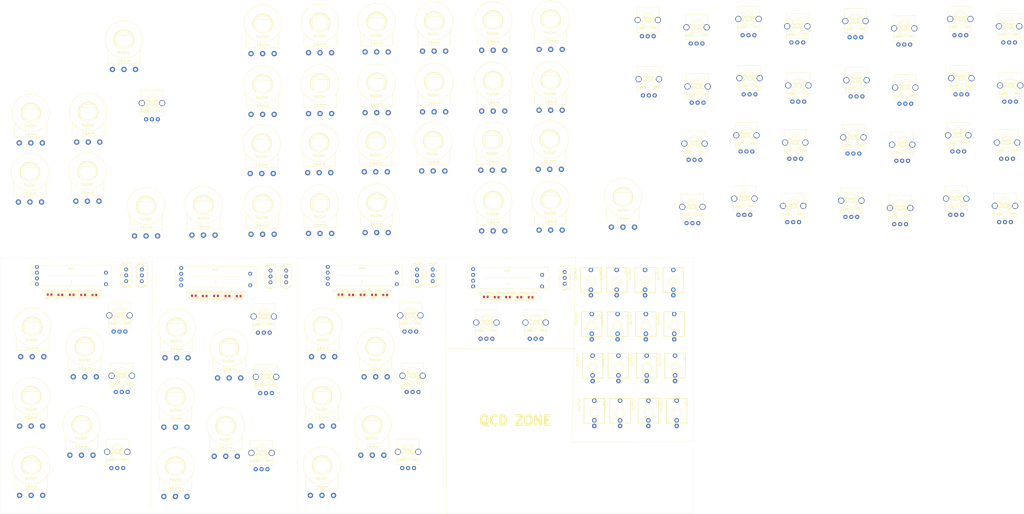
<source format=kicad_pcb>
(kicad_pcb (version 20171130) (host pcbnew 5.1.5-52549c5~84~ubuntu18.04.1)
  (layers (0 F.Cu signal) (31 B.Cu signal) (34 B.Paste user) (35 F.Paste user) (36 B.SilkS user) (37 F.SilkS user) (38 B.Mask user) (39 F.Mask user) (44 Edge.Cuts user))
  (net 0 "")
  (module 4ms_LED:LED_0603_1608Metric (layer F.Cu) (at 156.87 15.99 180)
    (fp_text reference REF** (at 0 -1.45) (layer F.SilkS))
    (fp_text value COLOR** (at 0.2 1.6) (layer F.SilkS))
    (pad 1 smd rect (at -0.8 0 180) (size 0.82 1) (layers F.Cu F.Paste F.Mask))
    (pad 2 smd rect (at 0.8 0 180) (size 0.82 1) (layers F.Cu F.Paste F.Mask))
  )
  (module 4ms_LED:LED_0603_1608Metric (layer F.Cu) (at 166.68 16.07 180)
    (fp_text reference REF** (at 0 -1.45) (layer F.SilkS))
    (fp_text value COLOR** (at 0.2 1.6) (layer F.SilkS))
    (pad 1 smd rect (at -0.8 0 180) (size 0.82 1) (layers F.Cu F.Paste F.Mask))
    (pad 2 smd rect (at 0.8 0 180) (size 0.82 1) (layers F.Cu F.Paste F.Mask))
  )
  (module 4ms_Potentiometer:Pot_9mm_Knurl_NoDet (layer F.Cu) (at 178.53 51.03 180)
    (fp_text reference VR? (at -4.6 -4.1) (layer F.SilkS) (effects (justify right bottom)))
    (fp_text value 100k (at 1 -4.1) (layer F.SilkS) (effects (justify right bottom)))
    (fp_text user NoDet (at 0 0.85) (layer F.SilkS))
    (fp_text user KNURL (at 0 -0.55 180) (layer F.SilkS))
    (pad 3 thru_hole circle (at -2.540163 -7.012243 90) (size 1.8034 1.8034) (drill 0.889) (layers *.Cu *.Mask))
    (pad 2 thru_hole circle (at -0.000163 -7.012243 90) (size 1.8034 1.8034) (drill 0.889) (layers *.Cu *.Mask))
    (pad 1 thru_hole circle (at 2.539837 -7.012243 90) (size 1.8034 1.8034) (drill 0.889) (layers *.Cu *.Mask))
    (pad 4 thru_hole circle (at 4.394037 -0.001843 180) (size 2.667 2.667) (drill 2.0574) (layers *.Cu *.Mask))
    (pad 5 thru_hole circle (at -4.394363 -0.001843 180) (size 2.667 2.667) (drill 2.0574) (layers *.Cu *.Mask))
  )
  (module 4ms_Potentiometer:Pot_16mm_NoDet_RV16AF-4A (layer F.Cu) (at 139.32 59.84)
    (fp_text reference 16mm (at 2.913 8.551) (layer F.SilkS) (effects (font (size 1.2065 1.2065) (thickness 0.1524)) (justify right top)))
    (fp_text value NoDet (at 2.58 4.93) (layer F.SilkS) (effects (font (size 1.2065 1.2065) (thickness 0.1524)) (justify right top)))
    (pad 1 thru_hole circle (at -5 12.954 90) (size 2.286 2.286) (drill 1.2) (layers *.Cu *.Mask))
    (pad 2 thru_hole circle (at 0 12.954 90) (size 2.286 2.286) (drill 1.2) (layers *.Cu *.Mask) (clearance 0.254))
    (pad 3 thru_hole circle (at 5 12.954 90) (size 2.286 2.286) (drill 1.2) (layers *.Cu *.Mask))
  )
  (module 4ms_Potentiometer:Pot_16mm_NoDet_RV16AF-4A (layer F.Cu) (at 139.8 29.83)
    (fp_text reference 16mm (at 2.913 8.551) (layer F.SilkS) (effects (font (size 1.2065 1.2065) (thickness 0.1524)) (justify right top)))
    (fp_text value NoDet (at 2.58 4.93) (layer F.SilkS) (effects (font (size 1.2065 1.2065) (thickness 0.1524)) (justify right top)))
    (pad 1 thru_hole circle (at -5 12.954 90) (size 2.286 2.286) (drill 1.2) (layers *.Cu *.Mask))
    (pad 2 thru_hole circle (at 0 12.954 90) (size 2.286 2.286) (drill 1.2) (layers *.Cu *.Mask) (clearance 0.254))
    (pad 3 thru_hole circle (at 5 12.954 90) (size 2.286 2.286) (drill 1.2) (layers *.Cu *.Mask))
  )
  (module 4ms_LED:LED_0603_1608Metric (layer F.Cu) (at 147.28 15.9 180)
    (fp_text reference REF** (at 0 -1.45) (layer F.SilkS))
    (fp_text value COLOR** (at 0.2 1.6) (layer F.SilkS))
    (pad 1 smd rect (at -0.8 0 180) (size 0.82 1) (layers F.Cu F.Paste F.Mask))
    (pad 2 smd rect (at 0.8 0 180) (size 0.82 1) (layers F.Cu F.Paste F.Mask))
  )
  (module 4ms_Potentiometer:Pot_9mm_Knurl_NoDet (layer F.Cu) (at 176.59 83.95 180)
    (fp_text reference VR? (at -4.6 -4.1) (layer F.SilkS) (effects (justify right bottom)))
    (fp_text value 100k (at 1 -4.1) (layer F.SilkS) (effects (justify right bottom)))
    (fp_text user KNURL (at 0 -0.55 180) (layer F.SilkS))
    (fp_text user NoDet (at 0 0.85) (layer F.SilkS))
    (pad 5 thru_hole circle (at -4.394363 -0.001843 180) (size 2.667 2.667) (drill 2.0574) (layers *.Cu *.Mask))
    (pad 4 thru_hole circle (at 4.394037 -0.001843 180) (size 2.667 2.667) (drill 2.0574) (layers *.Cu *.Mask))
    (pad 1 thru_hole circle (at 2.539837 -7.012243 90) (size 1.8034 1.8034) (drill 0.889) (layers *.Cu *.Mask))
    (pad 2 thru_hole circle (at -0.000163 -7.012243 90) (size 1.8034 1.8034) (drill 0.889) (layers *.Cu *.Mask))
    (pad 3 thru_hole circle (at -2.540163 -7.012243 90) (size 1.8034 1.8034) (drill 0.889) (layers *.Cu *.Mask))
  )
  (module 4ms_Switch:Switch_Toggle_SPDT_SubMini (layer F.Cu) (at 187.24 7.56)
    (fp_text reference REF** (at -1.88 -4.4) (layer F.SilkS) (effects (justify left bottom)))
    (fp_text value Val** (at -1.58 5.55) (layer F.SilkS) (effects (justify left bottom)))
    (pad 3 thru_hole circle (at 0 2.54) (size 1.651 1.651) (drill 0.889) (layers *.Cu *.Mask))
    (pad 2 thru_hole circle (at 0 0) (size 1.651 1.651) (drill 0.889) (layers *.Cu *.Mask))
    (pad 1 thru_hole circle (at 0 -2.54) (size 1.651 1.651) (drill 0.889) (layers *.Cu *.Mask))
  )
  (module 4ms_Potentiometer:Pot_Slider_LED_20mm_RA2045F (layer F.Cu) (at 156.75 7.65 270)
    (fp_text reference POT (at -2.91 0) (layer F.SilkS))
    (fp_text value ? (at 2.65 0) (layer F.SilkS))
    (pad NC thru_hole circle (at 1.24968 14.9352) (size 1.651 1.651) (drill 0.889) (layers *.Cu *.Mask))
    (pad LEDC thru_hole circle (at 3.74904 14.9352) (size 1.651 1.651) (drill 0.889) (layers *.Cu *.Mask))
    (pad LEDA thru_hole circle (at 3.74904 -14.9352) (size 1.651 1.651) (drill 0.889) (layers *.Cu *.Mask))
    (pad P3 thru_hole circle (at -1.24968 -14.9352) (size 1.651 1.651) (drill 0.889) (layers *.Cu *.Mask))
    (pad P2 thru_hole circle (at -3.74904 14.9352) (size 1.651 1.651) (drill 0.889) (layers *.Cu *.Mask))
    (pad P1 thru_hole circle (at -1.24968 14.9352) (size 1.651 1.651) (drill 0.889) (layers *.Cu *.Mask))
  )
  (module 4ms_Switch:Switch_Toggle_SPDT_SubMini (layer F.Cu) (at 180.46 7.56)
    (fp_text reference REF** (at -1.88 -4.4) (layer F.SilkS) (effects (justify left bottom)))
    (fp_text value Val** (at -1.58 5.55) (layer F.SilkS) (effects (justify left bottom)))
    (pad 1 thru_hole circle (at 0 -2.54) (size 1.651 1.651) (drill 0.889) (layers *.Cu *.Mask))
    (pad 2 thru_hole circle (at 0 0) (size 1.651 1.651) (drill 0.889) (layers *.Cu *.Mask))
    (pad 3 thru_hole circle (at 0 2.54) (size 1.651 1.651) (drill 0.889) (layers *.Cu *.Mask))
  )
  (module 4ms_Potentiometer:Pot_16mm_NoDet_RV16AF-4A (layer F.Cu) (at 161.1 72.43)
    (fp_text reference 16mm (at 2.913 8.551) (layer F.SilkS) (effects (font (size 1.2065 1.2065) (thickness 0.1524)) (justify right top)))
    (fp_text value NoDet (at 2.58 4.93) (layer F.SilkS) (effects (font (size 1.2065 1.2065) (thickness 0.1524)) (justify right top)))
    (pad 3 thru_hole circle (at 5 12.954 90) (size 2.286 2.286) (drill 1.2) (layers *.Cu *.Mask))
    (pad 2 thru_hole circle (at 0 12.954 90) (size 2.286 2.286) (drill 1.2) (layers *.Cu *.Mask) (clearance 0.254))
    (pad 1 thru_hole circle (at -5 12.954 90) (size 2.286 2.286) (drill 1.2) (layers *.Cu *.Mask))
  )
  (module 4ms_LED:LED_0603_1608Metric (layer F.Cu) (at 161.82 16.03 180)
    (fp_text reference REF** (at 0 -1.45) (layer F.SilkS))
    (fp_text value COLOR** (at 0.2 1.6) (layer F.SilkS))
    (pad 2 smd rect (at 0.8 0 180) (size 0.82 1) (layers F.Cu F.Paste F.Mask))
    (pad 1 smd rect (at -0.8 0 180) (size 0.82 1) (layers F.Cu F.Paste F.Mask))
  )
  (module 4ms_LED:LED_0603_1608Metric (layer F.Cu) (at 151.97 16.03 180)
    (fp_text reference REF** (at 0 -1.45) (layer F.SilkS))
    (fp_text value COLOR** (at 0.2 1.6) (layer F.SilkS))
    (pad 2 smd rect (at 0.8 0 180) (size 0.82 1) (layers F.Cu F.Paste F.Mask))
    (pad 1 smd rect (at -0.8 0 180) (size 0.82 1) (layers F.Cu F.Paste F.Mask))
  )
  (module 4ms_Potentiometer:Pot_16mm_NoDet_RV16AF-4A (layer F.Cu) (at 139.32 89.85)
    (fp_text reference 16mm (at 2.913 8.551) (layer F.SilkS) (effects (font (size 1.2065 1.2065) (thickness 0.1524)) (justify right top)))
    (fp_text value NoDet (at 2.58 4.93) (layer F.SilkS) (effects (font (size 1.2065 1.2065) (thickness 0.1524)) (justify right top)))
    (pad 1 thru_hole circle (at -5 12.954 90) (size 2.286 2.286) (drill 1.2) (layers *.Cu *.Mask))
    (pad 2 thru_hole circle (at 0 12.954 90) (size 2.286 2.286) (drill 1.2) (layers *.Cu *.Mask) (clearance 0.254))
    (pad 3 thru_hole circle (at 5 12.954 90) (size 2.286 2.286) (drill 1.2) (layers *.Cu *.Mask))
  )
  (module 4ms_Potentiometer:Pot_16mm_NoDet_RV16AF-4A (layer F.Cu) (at 162.55 38.54)
    (fp_text reference 16mm (at 2.913 8.551) (layer F.SilkS) (effects (font (size 1.2065 1.2065) (thickness 0.1524)) (justify right top)))
    (fp_text value NoDet (at 2.58 4.93) (layer F.SilkS) (effects (font (size 1.2065 1.2065) (thickness 0.1524)) (justify right top)))
    (pad 3 thru_hole circle (at 5 12.954 90) (size 2.286 2.286) (drill 1.2) (layers *.Cu *.Mask))
    (pad 2 thru_hole circle (at 0 12.954 90) (size 2.286 2.286) (drill 1.2) (layers *.Cu *.Mask) (clearance 0.254))
    (pad 1 thru_hole circle (at -5 12.954 90) (size 2.286 2.286) (drill 1.2) (layers *.Cu *.Mask))
  )
  (module 4ms_Potentiometer:Pot_9mm_Knurl_NoDet (layer F.Cu) (at 177.56 24.89 180)
    (fp_text reference VR? (at -4.6 -4.1) (layer F.SilkS) (effects (justify right bottom)))
    (fp_text value 100k (at 1 -4.1) (layer F.SilkS) (effects (justify right bottom)))
    (fp_text user KNURL (at 0 -0.55 180) (layer F.SilkS))
    (fp_text user NoDet (at 0 0.85) (layer F.SilkS))
    (pad 5 thru_hole circle (at -4.394363 -0.001843 180) (size 2.667 2.667) (drill 2.0574) (layers *.Cu *.Mask))
    (pad 4 thru_hole circle (at 4.394037 -0.001843 180) (size 2.667 2.667) (drill 2.0574) (layers *.Cu *.Mask))
    (pad 1 thru_hole circle (at 2.539837 -7.012243 90) (size 1.8034 1.8034) (drill 0.889) (layers *.Cu *.Mask))
    (pad 2 thru_hole circle (at -0.000163 -7.012243 90) (size 1.8034 1.8034) (drill 0.889) (layers *.Cu *.Mask))
    (pad 3 thru_hole circle (at -2.540163 -7.012243 90) (size 1.8034 1.8034) (drill 0.889) (layers *.Cu *.Mask))
  )
  (module 4ms_Potentiometer:Pot_Slider_LED_20mm_RA2045F (layer F.Cu) (at 93.33 8.13 270)
    (fp_text reference POT (at -2.91 0) (layer F.SilkS))
    (fp_text value ? (at 2.65 0) (layer F.SilkS))
    (pad P1 thru_hole circle (at -1.24968 14.9352) (size 1.651 1.651) (drill 0.889) (layers *.Cu *.Mask))
    (pad P2 thru_hole circle (at -3.74904 14.9352) (size 1.651 1.651) (drill 0.889) (layers *.Cu *.Mask))
    (pad P3 thru_hole circle (at -1.24968 -14.9352) (size 1.651 1.651) (drill 0.889) (layers *.Cu *.Mask))
    (pad LEDA thru_hole circle (at 3.74904 -14.9352) (size 1.651 1.651) (drill 0.889) (layers *.Cu *.Mask))
    (pad LEDC thru_hole circle (at 3.74904 14.9352) (size 1.651 1.651) (drill 0.889) (layers *.Cu *.Mask))
    (pad NC thru_hole circle (at 1.24968 14.9352) (size 1.651 1.651) (drill 0.889) (layers *.Cu *.Mask))
  )
  (module 4ms_LED:LED_0603_1608Metric (layer F.Cu) (at 88.55 16.51 180)
    (fp_text reference REF** (at 0 -1.45) (layer F.SilkS))
    (fp_text value COLOR** (at 0.2 1.6) (layer F.SilkS))
    (pad 1 smd rect (at -0.8 0 180) (size 0.82 1) (layers F.Cu F.Paste F.Mask))
    (pad 2 smd rect (at 0.8 0 180) (size 0.82 1) (layers F.Cu F.Paste F.Mask))
  )
  (module 4ms_LED:LED_0603_1608Metric (layer F.Cu) (at 98.4 16.51 180)
    (fp_text reference REF** (at 0 -1.45) (layer F.SilkS))
    (fp_text value COLOR** (at 0.2 1.6) (layer F.SilkS))
    (pad 1 smd rect (at -0.8 0 180) (size 0.82 1) (layers F.Cu F.Paste F.Mask))
    (pad 2 smd rect (at 0.8 0 180) (size 0.82 1) (layers F.Cu F.Paste F.Mask))
  )
  (module 4ms_LED:LED_0603_1608Metric (layer F.Cu) (at 83.86 16.38 180)
    (fp_text reference REF** (at 0 -1.45) (layer F.SilkS))
    (fp_text value COLOR** (at 0.2 1.6) (layer F.SilkS))
    (pad 2 smd rect (at 0.8 0 180) (size 0.82 1) (layers F.Cu F.Paste F.Mask))
    (pad 1 smd rect (at -0.8 0 180) (size 0.82 1) (layers F.Cu F.Paste F.Mask))
  )
  (module 4ms_LED:LED_0603_1608Metric (layer F.Cu) (at 103.26 16.55 180)
    (fp_text reference REF** (at 0 -1.45) (layer F.SilkS))
    (fp_text value COLOR** (at 0.2 1.6) (layer F.SilkS))
    (pad 2 smd rect (at 0.8 0 180) (size 0.82 1) (layers F.Cu F.Paste F.Mask))
    (pad 1 smd rect (at -0.8 0 180) (size 0.82 1) (layers F.Cu F.Paste F.Mask))
  )
  (module 4ms_LED:LED_0603_1608Metric (layer F.Cu) (at 93.45 16.47 180)
    (fp_text reference REF** (at 0 -1.45) (layer F.SilkS))
    (fp_text value COLOR** (at 0.2 1.6) (layer F.SilkS))
    (pad 2 smd rect (at 0.8 0 180) (size 0.82 1) (layers F.Cu F.Paste F.Mask))
    (pad 1 smd rect (at -0.8 0 180) (size 0.82 1) (layers F.Cu F.Paste F.Mask))
  )
  (module 4ms_Potentiometer:Pot_16mm_NoDet_RV16AF-4A (layer F.Cu) (at 76.38 30.31)
    (fp_text reference 16mm (at 2.913 8.551) (layer F.SilkS) (effects (font (size 1.2065 1.2065) (thickness 0.1524)) (justify right top)))
    (fp_text value NoDet (at 2.58 4.93) (layer F.SilkS) (effects (font (size 1.2065 1.2065) (thickness 0.1524)) (justify right top)))
    (pad 3 thru_hole circle (at 5 12.954 90) (size 2.286 2.286) (drill 1.2) (layers *.Cu *.Mask))
    (pad 2 thru_hole circle (at 0 12.954 90) (size 2.286 2.286) (drill 1.2) (layers *.Cu *.Mask) (clearance 0.254))
    (pad 1 thru_hole circle (at -5 12.954 90) (size 2.286 2.286) (drill 1.2) (layers *.Cu *.Mask))
  )
  (module 4ms_Potentiometer:Pot_16mm_NoDet_RV16AF-4A (layer F.Cu) (at 99.13 39.02)
    (fp_text reference 16mm (at 2.913 8.551) (layer F.SilkS) (effects (font (size 1.2065 1.2065) (thickness 0.1524)) (justify right top)))
    (fp_text value NoDet (at 2.58 4.93) (layer F.SilkS) (effects (font (size 1.2065 1.2065) (thickness 0.1524)) (justify right top)))
    (pad 1 thru_hole circle (at -5 12.954 90) (size 2.286 2.286) (drill 1.2) (layers *.Cu *.Mask))
    (pad 2 thru_hole circle (at 0 12.954 90) (size 2.286 2.286) (drill 1.2) (layers *.Cu *.Mask) (clearance 0.254))
    (pad 3 thru_hole circle (at 5 12.954 90) (size 2.286 2.286) (drill 1.2) (layers *.Cu *.Mask))
  )
  (module 4ms_Potentiometer:Pot_16mm_NoDet_RV16AF-4A (layer F.Cu) (at 97.68 72.91)
    (fp_text reference 16mm (at 2.913 8.551) (layer F.SilkS) (effects (font (size 1.2065 1.2065) (thickness 0.1524)) (justify right top)))
    (fp_text value NoDet (at 2.58 4.93) (layer F.SilkS) (effects (font (size 1.2065 1.2065) (thickness 0.1524)) (justify right top)))
    (pad 1 thru_hole circle (at -5 12.954 90) (size 2.286 2.286) (drill 1.2) (layers *.Cu *.Mask))
    (pad 2 thru_hole circle (at 0 12.954 90) (size 2.286 2.286) (drill 1.2) (layers *.Cu *.Mask) (clearance 0.254))
    (pad 3 thru_hole circle (at 5 12.954 90) (size 2.286 2.286) (drill 1.2) (layers *.Cu *.Mask))
  )
  (module 4ms_Switch:Switch_Toggle_SPDT_SubMini (layer F.Cu) (at 123.82 8.04)
    (fp_text reference REF** (at -1.88 -4.4) (layer F.SilkS) (effects (justify left bottom)))
    (fp_text value Val** (at -1.58 5.55) (layer F.SilkS) (effects (justify left bottom)))
    (pad 1 thru_hole circle (at 0 -2.54) (size 1.651 1.651) (drill 0.889) (layers *.Cu *.Mask))
    (pad 2 thru_hole circle (at 0 0) (size 1.651 1.651) (drill 0.889) (layers *.Cu *.Mask))
    (pad 3 thru_hole circle (at 0 2.54) (size 1.651 1.651) (drill 0.889) (layers *.Cu *.Mask))
  )
  (module 4ms_Potentiometer:Pot_9mm_Knurl_NoDet (layer F.Cu) (at 113.17 84.43 180)
    (fp_text reference VR? (at -4.6 -4.1) (layer F.SilkS) (effects (justify right bottom)))
    (fp_text value 100k (at 1 -4.1) (layer F.SilkS) (effects (justify right bottom)))
    (fp_text user NoDet (at 0 0.85) (layer F.SilkS))
    (fp_text user KNURL (at 0 -0.55 180) (layer F.SilkS))
    (pad 3 thru_hole circle (at -2.540163 -7.012243 90) (size 1.8034 1.8034) (drill 0.889) (layers *.Cu *.Mask))
    (pad 2 thru_hole circle (at -0.000163 -7.012243 90) (size 1.8034 1.8034) (drill 0.889) (layers *.Cu *.Mask))
    (pad 1 thru_hole circle (at 2.539837 -7.012243 90) (size 1.8034 1.8034) (drill 0.889) (layers *.Cu *.Mask))
    (pad 4 thru_hole circle (at 4.394037 -0.001843 180) (size 2.667 2.667) (drill 2.0574) (layers *.Cu *.Mask))
    (pad 5 thru_hole circle (at -4.394363 -0.001843 180) (size 2.667 2.667) (drill 2.0574) (layers *.Cu *.Mask))
  )
  (module 4ms_Potentiometer:Pot_9mm_Knurl_NoDet (layer F.Cu) (at 114.14 25.37 180)
    (fp_text reference VR? (at -4.6 -4.1) (layer F.SilkS) (effects (justify right bottom)))
    (fp_text value 100k (at 1 -4.1) (layer F.SilkS) (effects (justify right bottom)))
    (fp_text user NoDet (at 0 0.85) (layer F.SilkS))
    (fp_text user KNURL (at 0 -0.55 180) (layer F.SilkS))
    (pad 3 thru_hole circle (at -2.540163 -7.012243 90) (size 1.8034 1.8034) (drill 0.889) (layers *.Cu *.Mask))
    (pad 2 thru_hole circle (at -0.000163 -7.012243 90) (size 1.8034 1.8034) (drill 0.889) (layers *.Cu *.Mask))
    (pad 1 thru_hole circle (at 2.539837 -7.012243 90) (size 1.8034 1.8034) (drill 0.889) (layers *.Cu *.Mask))
    (pad 4 thru_hole circle (at 4.394037 -0.001843 180) (size 2.667 2.667) (drill 2.0574) (layers *.Cu *.Mask))
    (pad 5 thru_hole circle (at -4.394363 -0.001843 180) (size 2.667 2.667) (drill 2.0574) (layers *.Cu *.Mask))
  )
  (module 4ms_Potentiometer:Pot_9mm_Knurl_NoDet (layer F.Cu) (at 115.11 51.51 180)
    (fp_text reference VR? (at -4.6 -4.1) (layer F.SilkS) (effects (justify right bottom)))
    (fp_text value 100k (at 1 -4.1) (layer F.SilkS) (effects (justify right bottom)))
    (fp_text user KNURL (at 0 -0.55 180) (layer F.SilkS))
    (fp_text user NoDet (at 0 0.85) (layer F.SilkS))
    (pad 5 thru_hole circle (at -4.394363 -0.001843 180) (size 2.667 2.667) (drill 2.0574) (layers *.Cu *.Mask))
    (pad 4 thru_hole circle (at 4.394037 -0.001843 180) (size 2.667 2.667) (drill 2.0574) (layers *.Cu *.Mask))
    (pad 1 thru_hole circle (at 2.539837 -7.012243 90) (size 1.8034 1.8034) (drill 0.889) (layers *.Cu *.Mask))
    (pad 2 thru_hole circle (at -0.000163 -7.012243 90) (size 1.8034 1.8034) (drill 0.889) (layers *.Cu *.Mask))
    (pad 3 thru_hole circle (at -2.540163 -7.012243 90) (size 1.8034 1.8034) (drill 0.889) (layers *.Cu *.Mask))
  )
  (module 4ms_Potentiometer:Pot_16mm_NoDet_RV16AF-4A (layer F.Cu) (at 75.9 90.33)
    (fp_text reference 16mm (at 2.913 8.551) (layer F.SilkS) (effects (font (size 1.2065 1.2065) (thickness 0.1524)) (justify right top)))
    (fp_text value NoDet (at 2.58 4.93) (layer F.SilkS) (effects (font (size 1.2065 1.2065) (thickness 0.1524)) (justify right top)))
    (pad 3 thru_hole circle (at 5 12.954 90) (size 2.286 2.286) (drill 1.2) (layers *.Cu *.Mask))
    (pad 2 thru_hole circle (at 0 12.954 90) (size 2.286 2.286) (drill 1.2) (layers *.Cu *.Mask) (clearance 0.254))
    (pad 1 thru_hole circle (at -5 12.954 90) (size 2.286 2.286) (drill 1.2) (layers *.Cu *.Mask))
  )
  (module 4ms_Switch:Switch_Toggle_SPDT_SubMini (layer F.Cu) (at 117.04 8.04)
    (fp_text reference REF** (at -1.88 -4.4) (layer F.SilkS) (effects (justify left bottom)))
    (fp_text value Val** (at -1.58 5.55) (layer F.SilkS) (effects (justify left bottom)))
    (pad 3 thru_hole circle (at 0 2.54) (size 1.651 1.651) (drill 0.889) (layers *.Cu *.Mask))
    (pad 2 thru_hole circle (at 0 0) (size 1.651 1.651) (drill 0.889) (layers *.Cu *.Mask))
    (pad 1 thru_hole circle (at 0 -2.54) (size 1.651 1.651) (drill 0.889) (layers *.Cu *.Mask))
  )
  (module 4ms_Potentiometer:Pot_16mm_NoDet_RV16AF-4A (layer F.Cu) (at 75.9 60.32)
    (fp_text reference 16mm (at 2.913 8.551) (layer F.SilkS) (effects (font (size 1.2065 1.2065) (thickness 0.1524)) (justify right top)))
    (fp_text value NoDet (at 2.58 4.93) (layer F.SilkS) (effects (font (size 1.2065 1.2065) (thickness 0.1524)) (justify right top)))
    (pad 3 thru_hole circle (at 5 12.954 90) (size 2.286 2.286) (drill 1.2) (layers *.Cu *.Mask))
    (pad 2 thru_hole circle (at 0 12.954 90) (size 2.286 2.286) (drill 1.2) (layers *.Cu *.Mask) (clearance 0.254))
    (pad 1 thru_hole circle (at -5 12.954 90) (size 2.286 2.286) (drill 1.2) (layers *.Cu *.Mask))
  )
  (module 4ms_Potentiometer:Pot_9mm_Knurl_NoDet (layer F.Cu) (at 231.77 27.99 180)
    (fp_text reference VR? (at -4.6 -4.1) (layer F.SilkS) (effects (justify right bottom)))
    (fp_text value 100k (at 1 -4.1) (layer F.SilkS) (effects (justify right bottom)))
    (fp_text user NoDet (at 0 0.85) (layer F.SilkS))
    (fp_text user KNURL (at 0 -0.55 180) (layer F.SilkS))
    (pad 3 thru_hole circle (at -2.540163 -7.012243 90) (size 1.8034 1.8034) (drill 0.889) (layers *.Cu *.Mask))
    (pad 2 thru_hole circle (at -0.000163 -7.012243 90) (size 1.8034 1.8034) (drill 0.889) (layers *.Cu *.Mask))
    (pad 1 thru_hole circle (at 2.539837 -7.012243 90) (size 1.8034 1.8034) (drill 0.889) (layers *.Cu *.Mask))
    (pad 4 thru_hole circle (at 4.394037 -0.001843 180) (size 2.667 2.667) (drill 2.0574) (layers *.Cu *.Mask))
    (pad 5 thru_hole circle (at -4.394363 -0.001843 180) (size 2.667 2.667) (drill 2.0574) (layers *.Cu *.Mask))
  )
  (module 4ms_Potentiometer:Pot_9mm_Knurl_NoDet (layer F.Cu) (at 210.47 27.99 180)
    (fp_text reference VR? (at -4.6 -4.1) (layer F.SilkS) (effects (justify right bottom)))
    (fp_text value 100k (at 1 -4.1) (layer F.SilkS) (effects (justify right bottom)))
    (fp_text user KNURL (at 0 -0.55 180) (layer F.SilkS))
    (fp_text user NoDet (at 0 0.85) (layer F.SilkS))
    (pad 5 thru_hole circle (at -4.394363 -0.001843 180) (size 2.667 2.667) (drill 2.0574) (layers *.Cu *.Mask))
    (pad 4 thru_hole circle (at 4.394037 -0.001843 180) (size 2.667 2.667) (drill 2.0574) (layers *.Cu *.Mask))
    (pad 1 thru_hole circle (at 2.539837 -7.012243 90) (size 1.8034 1.8034) (drill 0.889) (layers *.Cu *.Mask))
    (pad 2 thru_hole circle (at -0.000163 -7.012243 90) (size 1.8034 1.8034) (drill 0.889) (layers *.Cu *.Mask))
    (pad 3 thru_hole circle (at -2.540163 -7.012243 90) (size 1.8034 1.8034) (drill 0.889) (layers *.Cu *.Mask))
  )
  (module 4ms_Potentiometer:Pot_16mm_NoDet_RV16AF-4A (layer F.Cu) (at 53.63 -94.49)
    (fp_text reference 16mm (at 2.913 8.551) (layer F.SilkS) (effects (font (size 1.2065 1.2065) (thickness 0.1524)) (justify right top)))
    (fp_text value NoDet (at 2.58 4.93) (layer F.SilkS) (effects (font (size 1.2065 1.2065) (thickness 0.1524)) (justify right top)))
    (pad 1 thru_hole circle (at -5 12.954 90) (size 2.286 2.286) (drill 1.2) (layers *.Cu *.Mask))
    (pad 2 thru_hole circle (at 0 12.954 90) (size 2.286 2.286) (drill 1.2) (layers *.Cu *.Mask) (clearance 0.254))
    (pad 3 thru_hole circle (at 5 12.954 90) (size 2.286 2.286) (drill 1.2) (layers *.Cu *.Mask))
  )
  (module 4ms_Switch:Switch_Toggle_SPDT_SubMini (layer F.Cu) (at 244.36 8.68)
    (fp_text reference REF** (at -1.88 -4.4) (layer F.SilkS) (effects (justify left bottom)))
    (fp_text value Val** (at -1.58 5.55) (layer F.SilkS) (effects (justify left bottom)))
    (pad 1 thru_hole circle (at 0 -2.54) (size 1.651 1.651) (drill 0.889) (layers *.Cu *.Mask))
    (pad 2 thru_hole circle (at 0 0) (size 1.651 1.651) (drill 0.889) (layers *.Cu *.Mask))
    (pad 3 thru_hole circle (at 0 2.54) (size 1.651 1.651) (drill 0.889) (layers *.Cu *.Mask))
  )
  (module 4ms_Potentiometer:Pot_Slider_LED_20mm_RA2045F (layer F.Cu) (at 219.67 8.63 270)
    (fp_text reference POT (at -2.91 0) (layer F.SilkS))
    (fp_text value ? (at 2.65 0) (layer F.SilkS))
    (pad P1 thru_hole circle (at -1.24968 14.9352) (size 1.651 1.651) (drill 0.889) (layers *.Cu *.Mask))
    (pad P2 thru_hole circle (at -3.74904 14.9352) (size 1.651 1.651) (drill 0.889) (layers *.Cu *.Mask))
    (pad P3 thru_hole circle (at -1.24968 -14.9352) (size 1.651 1.651) (drill 0.889) (layers *.Cu *.Mask))
    (pad LEDA thru_hole circle (at 3.74904 -14.9352) (size 1.651 1.651) (drill 0.889) (layers *.Cu *.Mask))
    (pad LEDC thru_hole circle (at 3.74904 14.9352) (size 1.651 1.651) (drill 0.889) (layers *.Cu *.Mask))
    (pad NC thru_hole circle (at 1.24968 14.9352) (size 1.651 1.651) (drill 0.889) (layers *.Cu *.Mask))
  )
  (module 4ms_LED:LED_0603_1608Metric (layer F.Cu) (at 214.89 17.01 180)
    (fp_text reference REF** (at 0 -1.45) (layer F.SilkS))
    (fp_text value COLOR** (at 0.2 1.6) (layer F.SilkS))
    (pad 1 smd rect (at -0.8 0 180) (size 0.82 1) (layers F.Cu F.Paste F.Mask))
    (pad 2 smd rect (at 0.8 0 180) (size 0.82 1) (layers F.Cu F.Paste F.Mask))
  )
  (module 4ms_LED:LED_0603_1608Metric (layer F.Cu) (at 224.74 17.01 180)
    (fp_text reference REF** (at 0 -1.45) (layer F.SilkS))
    (fp_text value COLOR** (at 0.2 1.6) (layer F.SilkS))
    (pad 1 smd rect (at -0.8 0 180) (size 0.82 1) (layers F.Cu F.Paste F.Mask))
    (pad 2 smd rect (at 0.8 0 180) (size 0.82 1) (layers F.Cu F.Paste F.Mask))
  )
  (module 4ms_LED:LED_0603_1608Metric (layer F.Cu) (at 210.2 16.88 180)
    (fp_text reference REF** (at 0 -1.45) (layer F.SilkS))
    (fp_text value COLOR** (at 0.2 1.6) (layer F.SilkS))
    (pad 2 smd rect (at 0.8 0 180) (size 0.82 1) (layers F.Cu F.Paste F.Mask))
    (pad 1 smd rect (at -0.8 0 180) (size 0.82 1) (layers F.Cu F.Paste F.Mask))
  )
  (module 4ms_LED:LED_0603_1608Metric (layer F.Cu) (at 229.6 17.05 180)
    (fp_text reference REF** (at 0 -1.45) (layer F.SilkS))
    (fp_text value COLOR** (at 0.2 1.6) (layer F.SilkS))
    (pad 2 smd rect (at 0.8 0 180) (size 0.82 1) (layers F.Cu F.Paste F.Mask))
    (pad 1 smd rect (at -0.8 0 180) (size 0.82 1) (layers F.Cu F.Paste F.Mask))
  )
  (module 4ms_LED:LED_0603_1608Metric (layer F.Cu) (at 219.79 16.97 180)
    (fp_text reference REF** (at 0 -1.45) (layer F.SilkS))
    (fp_text value COLOR** (at 0.2 1.6) (layer F.SilkS))
    (pad 2 smd rect (at 0.8 0 180) (size 0.82 1) (layers F.Cu F.Paste F.Mask))
    (pad 1 smd rect (at -0.8 0 180) (size 0.82 1) (layers F.Cu F.Paste F.Mask))
  )
  (module 4ms_Potentiometer:Pot_9mm_Knurl_NoDet (layer F.Cu) (at 50.72 83.95 180)
    (fp_text reference VR? (at -4.6 -4.1) (layer F.SilkS) (effects (justify right bottom)))
    (fp_text value 100k (at 1 -4.1) (layer F.SilkS) (effects (justify right bottom)))
    (fp_text user KNURL (at 0 -0.55 180) (layer F.SilkS))
    (fp_text user NoDet (at 0 0.85) (layer F.SilkS))
    (pad 5 thru_hole circle (at -4.394363 -0.001843 180) (size 2.667 2.667) (drill 2.0574) (layers *.Cu *.Mask))
    (pad 4 thru_hole circle (at 4.394037 -0.001843 180) (size 2.667 2.667) (drill 2.0574) (layers *.Cu *.Mask))
    (pad 1 thru_hole circle (at 2.539837 -7.012243 90) (size 1.8034 1.8034) (drill 0.889) (layers *.Cu *.Mask))
    (pad 2 thru_hole circle (at -0.000163 -7.012243 90) (size 1.8034 1.8034) (drill 0.889) (layers *.Cu *.Mask))
    (pad 3 thru_hole circle (at -2.540163 -7.012243 90) (size 1.8034 1.8034) (drill 0.889) (layers *.Cu *.Mask))
  )
  (module 4ms_Potentiometer:Pot_9mm_Knurl_NoDet (layer F.Cu) (at 52.66 51.03 180)
    (fp_text reference VR? (at -4.6 -4.1) (layer F.SilkS) (effects (justify right bottom)))
    (fp_text value 100k (at 1 -4.1) (layer F.SilkS) (effects (justify right bottom)))
    (fp_text user NoDet (at 0 0.85) (layer F.SilkS))
    (fp_text user KNURL (at 0 -0.55 180) (layer F.SilkS))
    (pad 3 thru_hole circle (at -2.540163 -7.012243 90) (size 1.8034 1.8034) (drill 0.889) (layers *.Cu *.Mask))
    (pad 2 thru_hole circle (at -0.000163 -7.012243 90) (size 1.8034 1.8034) (drill 0.889) (layers *.Cu *.Mask))
    (pad 1 thru_hole circle (at 2.539837 -7.012243 90) (size 1.8034 1.8034) (drill 0.889) (layers *.Cu *.Mask))
    (pad 4 thru_hole circle (at 4.394037 -0.001843 180) (size 2.667 2.667) (drill 2.0574) (layers *.Cu *.Mask))
    (pad 5 thru_hole circle (at -4.394363 -0.001843 180) (size 2.667 2.667) (drill 2.0574) (layers *.Cu *.Mask))
  )
  (module 4ms_Potentiometer:Pot_16mm_NoDet_RV16AF-4A (layer F.Cu) (at 13.45 89.85)
    (fp_text reference 16mm (at 2.913 8.551) (layer F.SilkS) (effects (font (size 1.2065 1.2065) (thickness 0.1524)) (justify right top)))
    (fp_text value NoDet (at 2.58 4.93) (layer F.SilkS) (effects (font (size 1.2065 1.2065) (thickness 0.1524)) (justify right top)))
    (pad 1 thru_hole circle (at -5 12.954 90) (size 2.286 2.286) (drill 1.2) (layers *.Cu *.Mask))
    (pad 2 thru_hole circle (at 0 12.954 90) (size 2.286 2.286) (drill 1.2) (layers *.Cu *.Mask) (clearance 0.254))
    (pad 3 thru_hole circle (at 5 12.954 90) (size 2.286 2.286) (drill 1.2) (layers *.Cu *.Mask))
  )
  (module 4ms_Potentiometer:Pot_16mm_NoDet_RV16AF-4A (layer F.Cu) (at 35.23 72.43)
    (fp_text reference 16mm (at 2.913 8.551) (layer F.SilkS) (effects (font (size 1.2065 1.2065) (thickness 0.1524)) (justify right top)))
    (fp_text value NoDet (at 2.58 4.93) (layer F.SilkS) (effects (font (size 1.2065 1.2065) (thickness 0.1524)) (justify right top)))
    (pad 3 thru_hole circle (at 5 12.954 90) (size 2.286 2.286) (drill 1.2) (layers *.Cu *.Mask))
    (pad 2 thru_hole circle (at 0 12.954 90) (size 2.286 2.286) (drill 1.2) (layers *.Cu *.Mask) (clearance 0.254))
    (pad 1 thru_hole circle (at -5 12.954 90) (size 2.286 2.286) (drill 1.2) (layers *.Cu *.Mask))
  )
  (module 4ms_Potentiometer:Pot_16mm_NoDet_RV16AF-4A (layer F.Cu) (at 13.45 59.84)
    (fp_text reference 16mm (at 2.913 8.551) (layer F.SilkS) (effects (font (size 1.2065 1.2065) (thickness 0.1524)) (justify right top)))
    (fp_text value NoDet (at 2.58 4.93) (layer F.SilkS) (effects (font (size 1.2065 1.2065) (thickness 0.1524)) (justify right top)))
    (pad 1 thru_hole circle (at -5 12.954 90) (size 2.286 2.286) (drill 1.2) (layers *.Cu *.Mask))
    (pad 2 thru_hole circle (at 0 12.954 90) (size 2.286 2.286) (drill 1.2) (layers *.Cu *.Mask) (clearance 0.254))
    (pad 3 thru_hole circle (at 5 12.954 90) (size 2.286 2.286) (drill 1.2) (layers *.Cu *.Mask))
  )
  (module 4ms_Switch:Switch_Toggle_SPDT_SubMini (layer F.Cu) (at 54.59 7.56)
    (fp_text reference REF** (at -1.88 -4.4) (layer F.SilkS) (effects (justify left bottom)))
    (fp_text value Val** (at -1.58 5.55) (layer F.SilkS) (effects (justify left bottom)))
    (pad 1 thru_hole circle (at 0 -2.54) (size 1.651 1.651) (drill 0.889) (layers *.Cu *.Mask))
    (pad 2 thru_hole circle (at 0 0) (size 1.651 1.651) (drill 0.889) (layers *.Cu *.Mask))
    (pad 3 thru_hole circle (at 0 2.54) (size 1.651 1.651) (drill 0.889) (layers *.Cu *.Mask))
  )
  (module 4ms_Switch:Switch_Toggle_SPDT_SubMini (layer F.Cu) (at 61.37 7.56)
    (fp_text reference REF** (at -1.88 -4.4) (layer F.SilkS) (effects (justify left bottom)))
    (fp_text value Val** (at -1.58 5.55) (layer F.SilkS) (effects (justify left bottom)))
    (pad 3 thru_hole circle (at 0 2.54) (size 1.651 1.651) (drill 0.889) (layers *.Cu *.Mask))
    (pad 2 thru_hole circle (at 0 0) (size 1.651 1.651) (drill 0.889) (layers *.Cu *.Mask))
    (pad 1 thru_hole circle (at 0 -2.54) (size 1.651 1.651) (drill 0.889) (layers *.Cu *.Mask))
  )
  (module 4ms_Potentiometer:Pot_9mm_Knurl_NoDet (layer F.Cu) (at 437.15 -74.62 180)
    (fp_text reference VR? (at -4.6 -4.1) (layer F.SilkS) (effects (justify right bottom)))
    (fp_text value 100k (at 1 -4.1) (layer F.SilkS) (effects (justify right bottom)))
    (fp_text user KNURL (at 0 -0.55 180) (layer F.SilkS))
    (fp_text user NoDet (at 0 0.85) (layer F.SilkS))
    (pad 5 thru_hole circle (at -4.394363 -0.001843 180) (size 2.667 2.667) (drill 2.0574) (layers *.Cu *.Mask))
    (pad 4 thru_hole circle (at 4.394037 -0.001843 180) (size 2.667 2.667) (drill 2.0574) (layers *.Cu *.Mask))
    (pad 1 thru_hole circle (at 2.539837 -7.012243 90) (size 1.8034 1.8034) (drill 0.889) (layers *.Cu *.Mask))
    (pad 2 thru_hole circle (at -0.000163 -7.012243 90) (size 1.8034 1.8034) (drill 0.889) (layers *.Cu *.Mask))
    (pad 3 thru_hole circle (at -2.540163 -7.012243 90) (size 1.8034 1.8034) (drill 0.889) (layers *.Cu *.Mask))
  )
  (module 4ms_Potentiometer:Pot_9mm_Knurl_NoDet (layer F.Cu) (at 416.03 -77.77 180)
    (fp_text reference VR? (at -4.6 -4.1) (layer F.SilkS) (effects (justify right bottom)))
    (fp_text value 100k (at 1 -4.1) (layer F.SilkS) (effects (justify right bottom)))
    (fp_text user NoDet (at 0 0.85) (layer F.SilkS))
    (fp_text user KNURL (at 0 -0.55 180) (layer F.SilkS))
    (pad 3 thru_hole circle (at -2.540163 -7.012243 90) (size 1.8034 1.8034) (drill 0.889) (layers *.Cu *.Mask))
    (pad 2 thru_hole circle (at -0.000163 -7.012243 90) (size 1.8034 1.8034) (drill 0.889) (layers *.Cu *.Mask))
    (pad 1 thru_hole circle (at 2.539837 -7.012243 90) (size 1.8034 1.8034) (drill 0.889) (layers *.Cu *.Mask))
    (pad 4 thru_hole circle (at 4.394037 -0.001843 180) (size 2.667 2.667) (drill 2.0574) (layers *.Cu *.Mask))
    (pad 5 thru_hole circle (at -4.394363 -0.001843 180) (size 2.667 2.667) (drill 2.0574) (layers *.Cu *.Mask))
  )
  (module 4ms_Potentiometer:Pot_9mm_Knurl_NoDet (layer F.Cu) (at 414.68 -53.05 180)
    (fp_text reference VR? (at -4.6 -4.1) (layer F.SilkS) (effects (justify right bottom)))
    (fp_text value 100k (at 1 -4.1) (layer F.SilkS) (effects (justify right bottom)))
    (fp_text user KNURL (at 0 -0.55 180) (layer F.SilkS))
    (fp_text user NoDet (at 0 0.85) (layer F.SilkS))
    (pad 5 thru_hole circle (at -4.394363 -0.001843 180) (size 2.667 2.667) (drill 2.0574) (layers *.Cu *.Mask))
    (pad 4 thru_hole circle (at 4.394037 -0.001843 180) (size 2.667 2.667) (drill 2.0574) (layers *.Cu *.Mask))
    (pad 1 thru_hole circle (at 2.539837 -7.012243 90) (size 1.8034 1.8034) (drill 0.889) (layers *.Cu *.Mask))
    (pad 2 thru_hole circle (at -0.000163 -7.012243 90) (size 1.8034 1.8034) (drill 0.889) (layers *.Cu *.Mask))
    (pad 3 thru_hole circle (at -2.540163 -7.012243 90) (size 1.8034 1.8034) (drill 0.889) (layers *.Cu *.Mask))
  )
  (module 4ms_Potentiometer:Pot_9mm_Knurl_NoDet (layer F.Cu) (at 415.58 -103.38 180)
    (fp_text reference VR? (at -4.6 -4.1) (layer F.SilkS) (effects (justify right bottom)))
    (fp_text value 100k (at 1 -4.1) (layer F.SilkS) (effects (justify right bottom)))
    (fp_text user KNURL (at 0 -0.55 180) (layer F.SilkS))
    (fp_text user NoDet (at 0 0.85) (layer F.SilkS))
    (pad 5 thru_hole circle (at -4.394363 -0.001843 180) (size 2.667 2.667) (drill 2.0574) (layers *.Cu *.Mask))
    (pad 4 thru_hole circle (at 4.394037 -0.001843 180) (size 2.667 2.667) (drill 2.0574) (layers *.Cu *.Mask))
    (pad 1 thru_hole circle (at 2.539837 -7.012243 90) (size 1.8034 1.8034) (drill 0.889) (layers *.Cu *.Mask))
    (pad 2 thru_hole circle (at -0.000163 -7.012243 90) (size 1.8034 1.8034) (drill 0.889) (layers *.Cu *.Mask))
    (pad 3 thru_hole circle (at -2.540163 -7.012243 90) (size 1.8034 1.8034) (drill 0.889) (layers *.Cu *.Mask))
  )
  (module 4ms_Potentiometer:Pot_9mm_Knurl_NoDet (layer F.Cu) (at 436.7 -100.23 180)
    (fp_text reference VR? (at -4.6 -4.1) (layer F.SilkS) (effects (justify right bottom)))
    (fp_text value 100k (at 1 -4.1) (layer F.SilkS) (effects (justify right bottom)))
    (fp_text user NoDet (at 0 0.85) (layer F.SilkS))
    (fp_text user KNURL (at 0 -0.55 180) (layer F.SilkS))
    (pad 3 thru_hole circle (at -2.540163 -7.012243 90) (size 1.8034 1.8034) (drill 0.889) (layers *.Cu *.Mask))
    (pad 2 thru_hole circle (at -0.000163 -7.012243 90) (size 1.8034 1.8034) (drill 0.889) (layers *.Cu *.Mask))
    (pad 1 thru_hole circle (at 2.539837 -7.012243 90) (size 1.8034 1.8034) (drill 0.889) (layers *.Cu *.Mask))
    (pad 4 thru_hole circle (at 4.394037 -0.001843 180) (size 2.667 2.667) (drill 2.0574) (layers *.Cu *.Mask))
    (pad 5 thru_hole circle (at -4.394363 -0.001843 180) (size 2.667 2.667) (drill 2.0574) (layers *.Cu *.Mask))
  )
  (module 4ms_Potentiometer:Pot_9mm_Knurl_NoDet (layer F.Cu) (at 413.79 -25.64 180)
    (fp_text reference VR? (at -4.6 -4.1) (layer F.SilkS) (effects (justify right bottom)))
    (fp_text value 100k (at 1 -4.1) (layer F.SilkS) (effects (justify right bottom)))
    (fp_text user NoDet (at 0 0.85) (layer F.SilkS))
    (fp_text user KNURL (at 0 -0.55 180) (layer F.SilkS))
    (pad 3 thru_hole circle (at -2.540163 -7.012243 90) (size 1.8034 1.8034) (drill 0.889) (layers *.Cu *.Mask))
    (pad 2 thru_hole circle (at -0.000163 -7.012243 90) (size 1.8034 1.8034) (drill 0.889) (layers *.Cu *.Mask))
    (pad 1 thru_hole circle (at 2.539837 -7.012243 90) (size 1.8034 1.8034) (drill 0.889) (layers *.Cu *.Mask))
    (pad 4 thru_hole circle (at 4.394037 -0.001843 180) (size 2.667 2.667) (drill 2.0574) (layers *.Cu *.Mask))
    (pad 5 thru_hole circle (at -4.394363 -0.001843 180) (size 2.667 2.667) (drill 2.0574) (layers *.Cu *.Mask))
  )
  (module 4ms_Potentiometer:Pot_9mm_Knurl_NoDet (layer F.Cu) (at 434.91 -22.49 180)
    (fp_text reference VR? (at -4.6 -4.1) (layer F.SilkS) (effects (justify right bottom)))
    (fp_text value 100k (at 1 -4.1) (layer F.SilkS) (effects (justify right bottom)))
    (fp_text user KNURL (at 0 -0.55 180) (layer F.SilkS))
    (fp_text user NoDet (at 0 0.85) (layer F.SilkS))
    (pad 5 thru_hole circle (at -4.394363 -0.001843 180) (size 2.667 2.667) (drill 2.0574) (layers *.Cu *.Mask))
    (pad 4 thru_hole circle (at 4.394037 -0.001843 180) (size 2.667 2.667) (drill 2.0574) (layers *.Cu *.Mask))
    (pad 1 thru_hole circle (at 2.539837 -7.012243 90) (size 1.8034 1.8034) (drill 0.889) (layers *.Cu *.Mask))
    (pad 2 thru_hole circle (at -0.000163 -7.012243 90) (size 1.8034 1.8034) (drill 0.889) (layers *.Cu *.Mask))
    (pad 3 thru_hole circle (at -2.540163 -7.012243 90) (size 1.8034 1.8034) (drill 0.889) (layers *.Cu *.Mask))
  )
  (module 4ms_Potentiometer:Pot_9mm_Knurl_NoDet (layer F.Cu) (at 435.8 -49.9 180)
    (fp_text reference VR? (at -4.6 -4.1) (layer F.SilkS) (effects (justify right bottom)))
    (fp_text value 100k (at 1 -4.1) (layer F.SilkS) (effects (justify right bottom)))
    (fp_text user NoDet (at 0 0.85) (layer F.SilkS))
    (fp_text user KNURL (at 0 -0.55 180) (layer F.SilkS))
    (pad 3 thru_hole circle (at -2.540163 -7.012243 90) (size 1.8034 1.8034) (drill 0.889) (layers *.Cu *.Mask))
    (pad 2 thru_hole circle (at -0.000163 -7.012243 90) (size 1.8034 1.8034) (drill 0.889) (layers *.Cu *.Mask))
    (pad 1 thru_hole circle (at 2.539837 -7.012243 90) (size 1.8034 1.8034) (drill 0.889) (layers *.Cu *.Mask))
    (pad 4 thru_hole circle (at 4.394037 -0.001843 180) (size 2.667 2.667) (drill 2.0574) (layers *.Cu *.Mask))
    (pad 5 thru_hole circle (at -4.394363 -0.001843 180) (size 2.667 2.667) (drill 2.0574) (layers *.Cu *.Mask))
  )
  (module 4ms_Potentiometer:Pot_9mm_Knurl_NoDet (layer F.Cu) (at 370.19 -102.48 180)
    (fp_text reference VR? (at -4.6 -4.1) (layer F.SilkS) (effects (justify right bottom)))
    (fp_text value 100k (at 1 -4.1) (layer F.SilkS) (effects (justify right bottom)))
    (fp_text user NoDet (at 0 0.85) (layer F.SilkS))
    (fp_text user KNURL (at 0 -0.55 180) (layer F.SilkS))
    (pad 3 thru_hole circle (at -2.540163 -7.012243 90) (size 1.8034 1.8034) (drill 0.889) (layers *.Cu *.Mask))
    (pad 2 thru_hole circle (at -0.000163 -7.012243 90) (size 1.8034 1.8034) (drill 0.889) (layers *.Cu *.Mask))
    (pad 1 thru_hole circle (at 2.539837 -7.012243 90) (size 1.8034 1.8034) (drill 0.889) (layers *.Cu *.Mask))
    (pad 4 thru_hole circle (at 4.394037 -0.001843 180) (size 2.667 2.667) (drill 2.0574) (layers *.Cu *.Mask))
    (pad 5 thru_hole circle (at -4.394363 -0.001843 180) (size 2.667 2.667) (drill 2.0574) (layers *.Cu *.Mask))
  )
  (module 4ms_Potentiometer:Pot_9mm_Knurl_NoDet (layer F.Cu) (at 390.41 -49 180)
    (fp_text reference VR? (at -4.6 -4.1) (layer F.SilkS) (effects (justify right bottom)))
    (fp_text value 100k (at 1 -4.1) (layer F.SilkS) (effects (justify right bottom)))
    (fp_text user KNURL (at 0 -0.55 180) (layer F.SilkS))
    (fp_text user NoDet (at 0 0.85) (layer F.SilkS))
    (pad 5 thru_hole circle (at -4.394363 -0.001843 180) (size 2.667 2.667) (drill 2.0574) (layers *.Cu *.Mask))
    (pad 4 thru_hole circle (at 4.394037 -0.001843 180) (size 2.667 2.667) (drill 2.0574) (layers *.Cu *.Mask))
    (pad 1 thru_hole circle (at 2.539837 -7.012243 90) (size 1.8034 1.8034) (drill 0.889) (layers *.Cu *.Mask))
    (pad 2 thru_hole circle (at -0.000163 -7.012243 90) (size 1.8034 1.8034) (drill 0.889) (layers *.Cu *.Mask))
    (pad 3 thru_hole circle (at -2.540163 -7.012243 90) (size 1.8034 1.8034) (drill 0.889) (layers *.Cu *.Mask))
  )
  (module 4ms_Potentiometer:Pot_9mm_Knurl_NoDet (layer F.Cu) (at 391.76 -73.72 180)
    (fp_text reference VR? (at -4.6 -4.1) (layer F.SilkS) (effects (justify right bottom)))
    (fp_text value 100k (at 1 -4.1) (layer F.SilkS) (effects (justify right bottom)))
    (fp_text user NoDet (at 0 0.85) (layer F.SilkS))
    (fp_text user KNURL (at 0 -0.55 180) (layer F.SilkS))
    (pad 3 thru_hole circle (at -2.540163 -7.012243 90) (size 1.8034 1.8034) (drill 0.889) (layers *.Cu *.Mask))
    (pad 2 thru_hole circle (at -0.000163 -7.012243 90) (size 1.8034 1.8034) (drill 0.889) (layers *.Cu *.Mask))
    (pad 1 thru_hole circle (at 2.539837 -7.012243 90) (size 1.8034 1.8034) (drill 0.889) (layers *.Cu *.Mask))
    (pad 4 thru_hole circle (at 4.394037 -0.001843 180) (size 2.667 2.667) (drill 2.0574) (layers *.Cu *.Mask))
    (pad 5 thru_hole circle (at -4.394363 -0.001843 180) (size 2.667 2.667) (drill 2.0574) (layers *.Cu *.Mask))
  )
  (module 4ms_Potentiometer:Pot_9mm_Knurl_NoDet (layer F.Cu) (at 370.64 -76.87 180)
    (fp_text reference VR? (at -4.6 -4.1) (layer F.SilkS) (effects (justify right bottom)))
    (fp_text value 100k (at 1 -4.1) (layer F.SilkS) (effects (justify right bottom)))
    (fp_text user KNURL (at 0 -0.55 180) (layer F.SilkS))
    (fp_text user NoDet (at 0 0.85) (layer F.SilkS))
    (pad 5 thru_hole circle (at -4.394363 -0.001843 180) (size 2.667 2.667) (drill 2.0574) (layers *.Cu *.Mask))
    (pad 4 thru_hole circle (at 4.394037 -0.001843 180) (size 2.667 2.667) (drill 2.0574) (layers *.Cu *.Mask))
    (pad 1 thru_hole circle (at 2.539837 -7.012243 90) (size 1.8034 1.8034) (drill 0.889) (layers *.Cu *.Mask))
    (pad 2 thru_hole circle (at -0.000163 -7.012243 90) (size 1.8034 1.8034) (drill 0.889) (layers *.Cu *.Mask))
    (pad 3 thru_hole circle (at -2.540163 -7.012243 90) (size 1.8034 1.8034) (drill 0.889) (layers *.Cu *.Mask))
  )
  (module 4ms_Potentiometer:Pot_9mm_Knurl_NoDet (layer F.Cu) (at 369.29 -52.15 180)
    (fp_text reference VR? (at -4.6 -4.1) (layer F.SilkS) (effects (justify right bottom)))
    (fp_text value 100k (at 1 -4.1) (layer F.SilkS) (effects (justify right bottom)))
    (fp_text user NoDet (at 0 0.85) (layer F.SilkS))
    (fp_text user KNURL (at 0 -0.55 180) (layer F.SilkS))
    (pad 3 thru_hole circle (at -2.540163 -7.012243 90) (size 1.8034 1.8034) (drill 0.889) (layers *.Cu *.Mask))
    (pad 2 thru_hole circle (at -0.000163 -7.012243 90) (size 1.8034 1.8034) (drill 0.889) (layers *.Cu *.Mask))
    (pad 1 thru_hole circle (at 2.539837 -7.012243 90) (size 1.8034 1.8034) (drill 0.889) (layers *.Cu *.Mask))
    (pad 4 thru_hole circle (at 4.394037 -0.001843 180) (size 2.667 2.667) (drill 2.0574) (layers *.Cu *.Mask))
    (pad 5 thru_hole circle (at -4.394363 -0.001843 180) (size 2.667 2.667) (drill 2.0574) (layers *.Cu *.Mask))
  )
  (module 4ms_Potentiometer:Pot_9mm_Knurl_NoDet (layer F.Cu) (at 368.4 -24.74 180)
    (fp_text reference VR? (at -4.6 -4.1) (layer F.SilkS) (effects (justify right bottom)))
    (fp_text value 100k (at 1 -4.1) (layer F.SilkS) (effects (justify right bottom)))
    (fp_text user KNURL (at 0 -0.55 180) (layer F.SilkS))
    (fp_text user NoDet (at 0 0.85) (layer F.SilkS))
    (pad 5 thru_hole circle (at -4.394363 -0.001843 180) (size 2.667 2.667) (drill 2.0574) (layers *.Cu *.Mask))
    (pad 4 thru_hole circle (at 4.394037 -0.001843 180) (size 2.667 2.667) (drill 2.0574) (layers *.Cu *.Mask))
    (pad 1 thru_hole circle (at 2.539837 -7.012243 90) (size 1.8034 1.8034) (drill 0.889) (layers *.Cu *.Mask))
    (pad 2 thru_hole circle (at -0.000163 -7.012243 90) (size 1.8034 1.8034) (drill 0.889) (layers *.Cu *.Mask))
    (pad 3 thru_hole circle (at -2.540163 -7.012243 90) (size 1.8034 1.8034) (drill 0.889) (layers *.Cu *.Mask))
  )
  (module 4ms_Potentiometer:Pot_9mm_Knurl_NoDet (layer F.Cu) (at 391.31 -99.33 180)
    (fp_text reference VR? (at -4.6 -4.1) (layer F.SilkS) (effects (justify right bottom)))
    (fp_text value 100k (at 1 -4.1) (layer F.SilkS) (effects (justify right bottom)))
    (fp_text user KNURL (at 0 -0.55 180) (layer F.SilkS))
    (fp_text user NoDet (at 0 0.85) (layer F.SilkS))
    (pad 5 thru_hole circle (at -4.394363 -0.001843 180) (size 2.667 2.667) (drill 2.0574) (layers *.Cu *.Mask))
    (pad 4 thru_hole circle (at 4.394037 -0.001843 180) (size 2.667 2.667) (drill 2.0574) (layers *.Cu *.Mask))
    (pad 1 thru_hole circle (at 2.539837 -7.012243 90) (size 1.8034 1.8034) (drill 0.889) (layers *.Cu *.Mask))
    (pad 2 thru_hole circle (at -0.000163 -7.012243 90) (size 1.8034 1.8034) (drill 0.889) (layers *.Cu *.Mask))
    (pad 3 thru_hole circle (at -2.540163 -7.012243 90) (size 1.8034 1.8034) (drill 0.889) (layers *.Cu *.Mask))
  )
  (module 4ms_Potentiometer:Pot_9mm_Knurl_NoDet (layer F.Cu) (at 389.52 -21.59 180)
    (fp_text reference VR? (at -4.6 -4.1) (layer F.SilkS) (effects (justify right bottom)))
    (fp_text value 100k (at 1 -4.1) (layer F.SilkS) (effects (justify right bottom)))
    (fp_text user NoDet (at 0 0.85) (layer F.SilkS))
    (fp_text user KNURL (at 0 -0.55 180) (layer F.SilkS))
    (pad 3 thru_hole circle (at -2.540163 -7.012243 90) (size 1.8034 1.8034) (drill 0.889) (layers *.Cu *.Mask))
    (pad 2 thru_hole circle (at -0.000163 -7.012243 90) (size 1.8034 1.8034) (drill 0.889) (layers *.Cu *.Mask))
    (pad 1 thru_hole circle (at 2.539837 -7.012243 90) (size 1.8034 1.8034) (drill 0.889) (layers *.Cu *.Mask))
    (pad 4 thru_hole circle (at 4.394037 -0.001843 180) (size 2.667 2.667) (drill 2.0574) (layers *.Cu *.Mask))
    (pad 5 thru_hole circle (at -4.394363 -0.001843 180) (size 2.667 2.667) (drill 2.0574) (layers *.Cu *.Mask))
  )
  (module 4ms_Potentiometer:Pot_9mm_Knurl_NoDet (layer F.Cu) (at 344.12 -49.9 180)
    (fp_text reference VR? (at -4.6 -4.1) (layer F.SilkS) (effects (justify right bottom)))
    (fp_text value 100k (at 1 -4.1) (layer F.SilkS) (effects (justify right bottom)))
    (fp_text user NoDet (at 0 0.85) (layer F.SilkS))
    (fp_text user KNURL (at 0 -0.55 180) (layer F.SilkS))
    (pad 3 thru_hole circle (at -2.540163 -7.012243 90) (size 1.8034 1.8034) (drill 0.889) (layers *.Cu *.Mask))
    (pad 2 thru_hole circle (at -0.000163 -7.012243 90) (size 1.8034 1.8034) (drill 0.889) (layers *.Cu *.Mask))
    (pad 1 thru_hole circle (at 2.539837 -7.012243 90) (size 1.8034 1.8034) (drill 0.889) (layers *.Cu *.Mask))
    (pad 4 thru_hole circle (at 4.394037 -0.001843 180) (size 2.667 2.667) (drill 2.0574) (layers *.Cu *.Mask))
    (pad 5 thru_hole circle (at -4.394363 -0.001843 180) (size 2.667 2.667) (drill 2.0574) (layers *.Cu *.Mask))
  )
  (module 4ms_Potentiometer:Pot_9mm_Knurl_NoDet (layer F.Cu) (at 324.35 -77.77 180)
    (fp_text reference VR? (at -4.6 -4.1) (layer F.SilkS) (effects (justify right bottom)))
    (fp_text value 100k (at 1 -4.1) (layer F.SilkS) (effects (justify right bottom)))
    (fp_text user NoDet (at 0 0.85) (layer F.SilkS))
    (fp_text user KNURL (at 0 -0.55 180) (layer F.SilkS))
    (pad 3 thru_hole circle (at -2.540163 -7.012243 90) (size 1.8034 1.8034) (drill 0.889) (layers *.Cu *.Mask))
    (pad 2 thru_hole circle (at -0.000163 -7.012243 90) (size 1.8034 1.8034) (drill 0.889) (layers *.Cu *.Mask))
    (pad 1 thru_hole circle (at 2.539837 -7.012243 90) (size 1.8034 1.8034) (drill 0.889) (layers *.Cu *.Mask))
    (pad 4 thru_hole circle (at 4.394037 -0.001843 180) (size 2.667 2.667) (drill 2.0574) (layers *.Cu *.Mask))
    (pad 5 thru_hole circle (at -4.394363 -0.001843 180) (size 2.667 2.667) (drill 2.0574) (layers *.Cu *.Mask))
  )
  (module 4ms_Potentiometer:Pot_9mm_Knurl_NoDet (layer F.Cu) (at 323.9 -103.38 180)
    (fp_text reference VR? (at -4.6 -4.1) (layer F.SilkS) (effects (justify right bottom)))
    (fp_text value 100k (at 1 -4.1) (layer F.SilkS) (effects (justify right bottom)))
    (fp_text user KNURL (at 0 -0.55 180) (layer F.SilkS))
    (fp_text user NoDet (at 0 0.85) (layer F.SilkS))
    (pad 5 thru_hole circle (at -4.394363 -0.001843 180) (size 2.667 2.667) (drill 2.0574) (layers *.Cu *.Mask))
    (pad 4 thru_hole circle (at 4.394037 -0.001843 180) (size 2.667 2.667) (drill 2.0574) (layers *.Cu *.Mask))
    (pad 1 thru_hole circle (at 2.539837 -7.012243 90) (size 1.8034 1.8034) (drill 0.889) (layers *.Cu *.Mask))
    (pad 2 thru_hole circle (at -0.000163 -7.012243 90) (size 1.8034 1.8034) (drill 0.889) (layers *.Cu *.Mask))
    (pad 3 thru_hole circle (at -2.540163 -7.012243 90) (size 1.8034 1.8034) (drill 0.889) (layers *.Cu *.Mask))
  )
  (module 4ms_Potentiometer:Pot_9mm_Knurl_NoDet (layer F.Cu) (at 323 -53.05 180)
    (fp_text reference VR? (at -4.6 -4.1) (layer F.SilkS) (effects (justify right bottom)))
    (fp_text value 100k (at 1 -4.1) (layer F.SilkS) (effects (justify right bottom)))
    (fp_text user KNURL (at 0 -0.55 180) (layer F.SilkS))
    (fp_text user NoDet (at 0 0.85) (layer F.SilkS))
    (pad 5 thru_hole circle (at -4.394363 -0.001843 180) (size 2.667 2.667) (drill 2.0574) (layers *.Cu *.Mask))
    (pad 4 thru_hole circle (at 4.394037 -0.001843 180) (size 2.667 2.667) (drill 2.0574) (layers *.Cu *.Mask))
    (pad 1 thru_hole circle (at 2.539837 -7.012243 90) (size 1.8034 1.8034) (drill 0.889) (layers *.Cu *.Mask))
    (pad 2 thru_hole circle (at -0.000163 -7.012243 90) (size 1.8034 1.8034) (drill 0.889) (layers *.Cu *.Mask))
    (pad 3 thru_hole circle (at -2.540163 -7.012243 90) (size 1.8034 1.8034) (drill 0.889) (layers *.Cu *.Mask))
  )
  (module 4ms_Potentiometer:Pot_9mm_Knurl_NoDet (layer F.Cu) (at 322.11 -25.64 180)
    (fp_text reference VR? (at -4.6 -4.1) (layer F.SilkS) (effects (justify right bottom)))
    (fp_text value 100k (at 1 -4.1) (layer F.SilkS) (effects (justify right bottom)))
    (fp_text user NoDet (at 0 0.85) (layer F.SilkS))
    (fp_text user KNURL (at 0 -0.55 180) (layer F.SilkS))
    (pad 3 thru_hole circle (at -2.540163 -7.012243 90) (size 1.8034 1.8034) (drill 0.889) (layers *.Cu *.Mask))
    (pad 2 thru_hole circle (at -0.000163 -7.012243 90) (size 1.8034 1.8034) (drill 0.889) (layers *.Cu *.Mask))
    (pad 1 thru_hole circle (at 2.539837 -7.012243 90) (size 1.8034 1.8034) (drill 0.889) (layers *.Cu *.Mask))
    (pad 4 thru_hole circle (at 4.394037 -0.001843 180) (size 2.667 2.667) (drill 2.0574) (layers *.Cu *.Mask))
    (pad 5 thru_hole circle (at -4.394363 -0.001843 180) (size 2.667 2.667) (drill 2.0574) (layers *.Cu *.Mask))
  )
  (module 4ms_Potentiometer:Pot_9mm_Knurl_NoDet (layer F.Cu) (at 345.02 -100.23 180)
    (fp_text reference VR? (at -4.6 -4.1) (layer F.SilkS) (effects (justify right bottom)))
    (fp_text value 100k (at 1 -4.1) (layer F.SilkS) (effects (justify right bottom)))
    (fp_text user NoDet (at 0 0.85) (layer F.SilkS))
    (fp_text user KNURL (at 0 -0.55 180) (layer F.SilkS))
    (pad 3 thru_hole circle (at -2.540163 -7.012243 90) (size 1.8034 1.8034) (drill 0.889) (layers *.Cu *.Mask))
    (pad 2 thru_hole circle (at -0.000163 -7.012243 90) (size 1.8034 1.8034) (drill 0.889) (layers *.Cu *.Mask))
    (pad 1 thru_hole circle (at 2.539837 -7.012243 90) (size 1.8034 1.8034) (drill 0.889) (layers *.Cu *.Mask))
    (pad 4 thru_hole circle (at 4.394037 -0.001843 180) (size 2.667 2.667) (drill 2.0574) (layers *.Cu *.Mask))
    (pad 5 thru_hole circle (at -4.394363 -0.001843 180) (size 2.667 2.667) (drill 2.0574) (layers *.Cu *.Mask))
  )
  (module 4ms_Potentiometer:Pot_9mm_Knurl_NoDet (layer F.Cu) (at 345.47 -74.62 180)
    (fp_text reference VR? (at -4.6 -4.1) (layer F.SilkS) (effects (justify right bottom)))
    (fp_text value 100k (at 1 -4.1) (layer F.SilkS) (effects (justify right bottom)))
    (fp_text user KNURL (at 0 -0.55 180) (layer F.SilkS))
    (fp_text user NoDet (at 0 0.85) (layer F.SilkS))
    (pad 5 thru_hole circle (at -4.394363 -0.001843 180) (size 2.667 2.667) (drill 2.0574) (layers *.Cu *.Mask))
    (pad 4 thru_hole circle (at 4.394037 -0.001843 180) (size 2.667 2.667) (drill 2.0574) (layers *.Cu *.Mask))
    (pad 1 thru_hole circle (at 2.539837 -7.012243 90) (size 1.8034 1.8034) (drill 0.889) (layers *.Cu *.Mask))
    (pad 2 thru_hole circle (at -0.000163 -7.012243 90) (size 1.8034 1.8034) (drill 0.889) (layers *.Cu *.Mask))
    (pad 3 thru_hole circle (at -2.540163 -7.012243 90) (size 1.8034 1.8034) (drill 0.889) (layers *.Cu *.Mask))
  )
  (module 4ms_Potentiometer:Pot_9mm_Knurl_NoDet (layer F.Cu) (at 343.23 -22.49 180)
    (fp_text reference VR? (at -4.6 -4.1) (layer F.SilkS) (effects (justify right bottom)))
    (fp_text value 100k (at 1 -4.1) (layer F.SilkS) (effects (justify right bottom)))
    (fp_text user KNURL (at 0 -0.55 180) (layer F.SilkS))
    (fp_text user NoDet (at 0 0.85) (layer F.SilkS))
    (pad 5 thru_hole circle (at -4.394363 -0.001843 180) (size 2.667 2.667) (drill 2.0574) (layers *.Cu *.Mask))
    (pad 4 thru_hole circle (at 4.394037 -0.001843 180) (size 2.667 2.667) (drill 2.0574) (layers *.Cu *.Mask))
    (pad 1 thru_hole circle (at 2.539837 -7.012243 90) (size 1.8034 1.8034) (drill 0.889) (layers *.Cu *.Mask))
    (pad 2 thru_hole circle (at -0.000163 -7.012243 90) (size 1.8034 1.8034) (drill 0.889) (layers *.Cu *.Mask))
    (pad 3 thru_hole circle (at -2.540163 -7.012243 90) (size 1.8034 1.8034) (drill 0.889) (layers *.Cu *.Mask))
  )
  (module 4ms_Potentiometer:Pot_9mm_Knurl_NoDet (layer F.Cu) (at 301.88 -74.17 180)
    (fp_text reference VR? (at -4.6 -4.1) (layer F.SilkS) (effects (justify right bottom)))
    (fp_text value 100k (at 1 -4.1) (layer F.SilkS) (effects (justify right bottom)))
    (fp_text user NoDet (at 0 0.85) (layer F.SilkS))
    (fp_text user KNURL (at 0 -0.55 180) (layer F.SilkS))
    (pad 3 thru_hole circle (at -2.540163 -7.012243 90) (size 1.8034 1.8034) (drill 0.889) (layers *.Cu *.Mask))
    (pad 2 thru_hole circle (at -0.000163 -7.012243 90) (size 1.8034 1.8034) (drill 0.889) (layers *.Cu *.Mask))
    (pad 1 thru_hole circle (at 2.539837 -7.012243 90) (size 1.8034 1.8034) (drill 0.889) (layers *.Cu *.Mask))
    (pad 4 thru_hole circle (at 4.394037 -0.001843 180) (size 2.667 2.667) (drill 2.0574) (layers *.Cu *.Mask))
    (pad 5 thru_hole circle (at -4.394363 -0.001843 180) (size 2.667 2.667) (drill 2.0574) (layers *.Cu *.Mask))
  )
  (module 4ms_Potentiometer:Pot_9mm_Knurl_NoDet (layer F.Cu) (at 301.43 -99.78 180)
    (fp_text reference VR? (at -4.6 -4.1) (layer F.SilkS) (effects (justify right bottom)))
    (fp_text value 100k (at 1 -4.1) (layer F.SilkS) (effects (justify right bottom)))
    (fp_text user KNURL (at 0 -0.55 180) (layer F.SilkS))
    (fp_text user NoDet (at 0 0.85) (layer F.SilkS))
    (pad 5 thru_hole circle (at -4.394363 -0.001843 180) (size 2.667 2.667) (drill 2.0574) (layers *.Cu *.Mask))
    (pad 4 thru_hole circle (at 4.394037 -0.001843 180) (size 2.667 2.667) (drill 2.0574) (layers *.Cu *.Mask))
    (pad 1 thru_hole circle (at 2.539837 -7.012243 90) (size 1.8034 1.8034) (drill 0.889) (layers *.Cu *.Mask))
    (pad 2 thru_hole circle (at -0.000163 -7.012243 90) (size 1.8034 1.8034) (drill 0.889) (layers *.Cu *.Mask))
    (pad 3 thru_hole circle (at -2.540163 -7.012243 90) (size 1.8034 1.8034) (drill 0.889) (layers *.Cu *.Mask))
  )
  (module 4ms_Potentiometer:Pot_9mm_Knurl_NoDet (layer F.Cu) (at 300.53 -49.45 180)
    (fp_text reference VR? (at -4.6 -4.1) (layer F.SilkS) (effects (justify right bottom)))
    (fp_text value 100k (at 1 -4.1) (layer F.SilkS) (effects (justify right bottom)))
    (fp_text user KNURL (at 0 -0.55 180) (layer F.SilkS))
    (fp_text user NoDet (at 0 0.85) (layer F.SilkS))
    (pad 5 thru_hole circle (at -4.394363 -0.001843 180) (size 2.667 2.667) (drill 2.0574) (layers *.Cu *.Mask))
    (pad 4 thru_hole circle (at 4.394037 -0.001843 180) (size 2.667 2.667) (drill 2.0574) (layers *.Cu *.Mask))
    (pad 1 thru_hole circle (at 2.539837 -7.012243 90) (size 1.8034 1.8034) (drill 0.889) (layers *.Cu *.Mask))
    (pad 2 thru_hole circle (at -0.000163 -7.012243 90) (size 1.8034 1.8034) (drill 0.889) (layers *.Cu *.Mask))
    (pad 3 thru_hole circle (at -2.540163 -7.012243 90) (size 1.8034 1.8034) (drill 0.889) (layers *.Cu *.Mask))
  )
  (module 4ms_Potentiometer:Pot_9mm_Knurl_NoDet (layer F.Cu) (at 299.64 -22.04 180)
    (fp_text reference VR? (at -4.6 -4.1) (layer F.SilkS) (effects (justify right bottom)))
    (fp_text value 100k (at 1 -4.1) (layer F.SilkS) (effects (justify right bottom)))
    (fp_text user NoDet (at 0 0.85) (layer F.SilkS))
    (fp_text user KNURL (at 0 -0.55 180) (layer F.SilkS))
    (pad 3 thru_hole circle (at -2.540163 -7.012243 90) (size 1.8034 1.8034) (drill 0.889) (layers *.Cu *.Mask))
    (pad 2 thru_hole circle (at -0.000163 -7.012243 90) (size 1.8034 1.8034) (drill 0.889) (layers *.Cu *.Mask))
    (pad 1 thru_hole circle (at 2.539837 -7.012243 90) (size 1.8034 1.8034) (drill 0.889) (layers *.Cu *.Mask))
    (pad 4 thru_hole circle (at 4.394037 -0.001843 180) (size 2.667 2.667) (drill 2.0574) (layers *.Cu *.Mask))
    (pad 5 thru_hole circle (at -4.394363 -0.001843 180) (size 2.667 2.667) (drill 2.0574) (layers *.Cu *.Mask))
  )
  (module 4ms_Potentiometer:Pot_9mm_Knurl_NoDet (layer F.Cu) (at 51.69 24.89 180)
    (fp_text reference VR? (at -4.6 -4.1) (layer F.SilkS) (effects (justify right bottom)))
    (fp_text value 100k (at 1 -4.1) (layer F.SilkS) (effects (justify right bottom)))
    (fp_text user KNURL (at 0 -0.55 180) (layer F.SilkS))
    (fp_text user NoDet (at 0 0.85) (layer F.SilkS))
    (pad 5 thru_hole circle (at -4.394363 -0.001843 180) (size 2.667 2.667) (drill 2.0574) (layers *.Cu *.Mask))
    (pad 4 thru_hole circle (at 4.394037 -0.001843 180) (size 2.667 2.667) (drill 2.0574) (layers *.Cu *.Mask))
    (pad 1 thru_hole circle (at 2.539837 -7.012243 90) (size 1.8034 1.8034) (drill 0.889) (layers *.Cu *.Mask))
    (pad 2 thru_hole circle (at -0.000163 -7.012243 90) (size 1.8034 1.8034) (drill 0.889) (layers *.Cu *.Mask))
    (pad 3 thru_hole circle (at -2.540163 -7.012243 90) (size 1.8034 1.8034) (drill 0.889) (layers *.Cu *.Mask))
  )
  (module 4ms_Potentiometer:Pot_9mm_Knurl_NoDet (layer F.Cu) (at 65.73 -66.99 180)
    (fp_text reference VR? (at -4.6 -4.1) (layer F.SilkS) (effects (justify right bottom)))
    (fp_text value 100k (at 1 -4.1) (layer F.SilkS) (effects (justify right bottom)))
    (fp_text user NoDet (at 0 0.85) (layer F.SilkS))
    (fp_text user KNURL (at 0 -0.55 180) (layer F.SilkS))
    (pad 3 thru_hole circle (at -2.540163 -7.012243 90) (size 1.8034 1.8034) (drill 0.889) (layers *.Cu *.Mask))
    (pad 2 thru_hole circle (at -0.000163 -7.012243 90) (size 1.8034 1.8034) (drill 0.889) (layers *.Cu *.Mask))
    (pad 1 thru_hole circle (at 2.539837 -7.012243 90) (size 1.8034 1.8034) (drill 0.889) (layers *.Cu *.Mask))
    (pad 4 thru_hole circle (at 4.394037 -0.001843 180) (size 2.667 2.667) (drill 2.0574) (layers *.Cu *.Mask))
    (pad 5 thru_hole circle (at -4.394363 -0.001843 180) (size 2.667 2.667) (drill 2.0574) (layers *.Cu *.Mask))
  )
  (module 4ms_Potentiometer:Pot_9mm_Knurl_NoDet (layer F.Cu) (at 280.76 -77.32 180)
    (fp_text reference VR? (at -4.6 -4.1) (layer F.SilkS) (effects (justify right bottom)))
    (fp_text value 100k (at 1 -4.1) (layer F.SilkS) (effects (justify right bottom)))
    (fp_text user KNURL (at 0 -0.55 180) (layer F.SilkS))
    (fp_text user NoDet (at 0 0.85) (layer F.SilkS))
    (pad 5 thru_hole circle (at -4.394363 -0.001843 180) (size 2.667 2.667) (drill 2.0574) (layers *.Cu *.Mask))
    (pad 4 thru_hole circle (at 4.394037 -0.001843 180) (size 2.667 2.667) (drill 2.0574) (layers *.Cu *.Mask))
    (pad 1 thru_hole circle (at 2.539837 -7.012243 90) (size 1.8034 1.8034) (drill 0.889) (layers *.Cu *.Mask))
    (pad 2 thru_hole circle (at -0.000163 -7.012243 90) (size 1.8034 1.8034) (drill 0.889) (layers *.Cu *.Mask))
    (pad 3 thru_hole circle (at -2.540163 -7.012243 90) (size 1.8034 1.8034) (drill 0.889) (layers *.Cu *.Mask))
  )
  (module 4ms_Potentiometer:Pot_9mm_Knurl_NoDet (layer F.Cu) (at 280.31 -102.93 180)
    (fp_text reference VR? (at -4.6 -4.1) (layer F.SilkS) (effects (justify right bottom)))
    (fp_text value 100k (at 1 -4.1) (layer F.SilkS) (effects (justify right bottom)))
    (fp_text user NoDet (at 0 0.85) (layer F.SilkS))
    (fp_text user KNURL (at 0 -0.55 180) (layer F.SilkS))
    (pad 3 thru_hole circle (at -2.540163 -7.012243 90) (size 1.8034 1.8034) (drill 0.889) (layers *.Cu *.Mask))
    (pad 2 thru_hole circle (at -0.000163 -7.012243 90) (size 1.8034 1.8034) (drill 0.889) (layers *.Cu *.Mask))
    (pad 1 thru_hole circle (at 2.539837 -7.012243 90) (size 1.8034 1.8034) (drill 0.889) (layers *.Cu *.Mask))
    (pad 4 thru_hole circle (at 4.394037 -0.001843 180) (size 2.667 2.667) (drill 2.0574) (layers *.Cu *.Mask))
    (pad 5 thru_hole circle (at -4.394363 -0.001843 180) (size 2.667 2.667) (drill 2.0574) (layers *.Cu *.Mask))
  )
  (module 4ms_Jack:EighthInch_PJ398SM (layer F.Cu) (at 267.61 47.53 270)
    (fp_text reference J7 (at -5.0172 -4.866 90) (layer F.SilkS) (effects (font (size 1.2065 1.2065) (thickness 0.1524)) (justify right bottom)))
    (fp_text value OUTPUT (at -6.375 5.975 90) (layer F.SilkS) (effects (justify right bottom)))
    (pad 3 thru_hole circle (at 3.3528 0 270) (size 1.9304 1.9304) (drill 1.143) (layers *.Cu *.Mask))
    (pad 2 thru_hole circle (at 5.7658 0 270) (size 1.9304 1.9304) (drill 0.889) (layers *.Cu *.Mask))
    (pad 1 thru_hole circle (at -5.207 0 270) (size 1.9304 1.9304) (drill 1.143) (layers *.Cu *.Mask))
  )
  (module 4ms_Jack:EighthInch_PJ398SM (layer F.Cu) (at 279.86 47.53 270)
    (fp_text reference J7 (at -5.0172 -4.866 90) (layer F.SilkS) (effects (font (size 1.2065 1.2065) (thickness 0.1524)) (justify right bottom)))
    (fp_text value OUTPUT (at -6.375 5.975 90) (layer F.SilkS) (effects (justify right bottom)))
    (pad 1 thru_hole circle (at -5.207 0 270) (size 1.9304 1.9304) (drill 1.143) (layers *.Cu *.Mask))
    (pad 2 thru_hole circle (at 5.7658 0 270) (size 1.9304 1.9304) (drill 0.889) (layers *.Cu *.Mask))
    (pad 3 thru_hole circle (at 3.3528 0 270) (size 1.9304 1.9304) (drill 1.143) (layers *.Cu *.Mask))
  )
  (module 4ms_Jack:EighthInch_PJ398SM (layer F.Cu) (at 292.11 47.53 270)
    (fp_text reference J7 (at -5.0172 -4.866 90) (layer F.SilkS) (effects (font (size 1.2065 1.2065) (thickness 0.1524)) (justify right bottom)))
    (fp_text value OUTPUT (at -6.375 5.975 90) (layer F.SilkS) (effects (justify right bottom)))
    (pad 1 thru_hole circle (at -5.207 0 270) (size 1.9304 1.9304) (drill 1.143) (layers *.Cu *.Mask))
    (pad 2 thru_hole circle (at 5.7658 0 270) (size 1.9304 1.9304) (drill 0.889) (layers *.Cu *.Mask))
    (pad 3 thru_hole circle (at 3.3528 0 270) (size 1.9304 1.9304) (drill 1.143) (layers *.Cu *.Mask))
  )
  (module 4ms_Jack:EighthInch_PJ398SM (layer F.Cu) (at 256.44 47.53 270)
    (fp_text reference J7 (at -5.0172 -4.866 90) (layer F.SilkS) (effects (font (size 1.2065 1.2065) (thickness 0.1524)) (justify right bottom)))
    (fp_text value OUTPUT (at -6.375 5.975 90) (layer F.SilkS) (effects (justify right bottom)))
    (pad 3 thru_hole circle (at 3.3528 0 270) (size 1.9304 1.9304) (drill 1.143) (layers *.Cu *.Mask))
    (pad 2 thru_hole circle (at 5.7658 0 270) (size 1.9304 1.9304) (drill 0.889) (layers *.Cu *.Mask))
    (pad 1 thru_hole circle (at -5.207 0 270) (size 1.9304 1.9304) (drill 1.143) (layers *.Cu *.Mask))
  )
  (module 4ms_Jack:EighthInch_PJ398SM (layer F.Cu) (at 257.15 66.98 270)
    (fp_text reference J7 (at -5.0172 -4.866 90) (layer F.SilkS) (effects (font (size 1.2065 1.2065) (thickness 0.1524)) (justify right bottom)))
    (fp_text value OUTPUT (at -6.375 5.975 90) (layer F.SilkS) (effects (justify right bottom)))
    (pad 1 thru_hole circle (at -5.207 0 270) (size 1.9304 1.9304) (drill 1.143) (layers *.Cu *.Mask))
    (pad 2 thru_hole circle (at 5.7658 0 270) (size 1.9304 1.9304) (drill 0.889) (layers *.Cu *.Mask))
    (pad 3 thru_hole circle (at 3.3528 0 270) (size 1.9304 1.9304) (drill 1.143) (layers *.Cu *.Mask))
  )
  (module 4ms_Jack:EighthInch_PJ398SM (layer F.Cu) (at 268.32 66.98 270)
    (fp_text reference J7 (at -5.0172 -4.866 90) (layer F.SilkS) (effects (font (size 1.2065 1.2065) (thickness 0.1524)) (justify right bottom)))
    (fp_text value OUTPUT (at -6.375 5.975 90) (layer F.SilkS) (effects (justify right bottom)))
    (pad 1 thru_hole circle (at -5.207 0 270) (size 1.9304 1.9304) (drill 1.143) (layers *.Cu *.Mask))
    (pad 2 thru_hole circle (at 5.7658 0 270) (size 1.9304 1.9304) (drill 0.889) (layers *.Cu *.Mask))
    (pad 3 thru_hole circle (at 3.3528 0 270) (size 1.9304 1.9304) (drill 1.143) (layers *.Cu *.Mask))
  )
  (module 4ms_Jack:EighthInch_PJ398SM (layer F.Cu) (at 280.57 66.98 270)
    (fp_text reference J7 (at -5.0172 -4.866 90) (layer F.SilkS) (effects (font (size 1.2065 1.2065) (thickness 0.1524)) (justify right bottom)))
    (fp_text value OUTPUT (at -6.375 5.975 90) (layer F.SilkS) (effects (justify right bottom)))
    (pad 3 thru_hole circle (at 3.3528 0 270) (size 1.9304 1.9304) (drill 1.143) (layers *.Cu *.Mask))
    (pad 2 thru_hole circle (at 5.7658 0 270) (size 1.9304 1.9304) (drill 0.889) (layers *.Cu *.Mask))
    (pad 1 thru_hole circle (at -5.207 0 270) (size 1.9304 1.9304) (drill 1.143) (layers *.Cu *.Mask))
  )
  (module 4ms_Jack:EighthInch_PJ398SM (layer F.Cu) (at 292.82 66.98 270)
    (fp_text reference J7 (at -5.0172 -4.866 90) (layer F.SilkS) (effects (font (size 1.2065 1.2065) (thickness 0.1524)) (justify right bottom)))
    (fp_text value OUTPUT (at -6.375 5.975 90) (layer F.SilkS) (effects (justify right bottom)))
    (pad 3 thru_hole circle (at 3.3528 0 270) (size 1.9304 1.9304) (drill 1.143) (layers *.Cu *.Mask))
    (pad 2 thru_hole circle (at 5.7658 0 270) (size 1.9304 1.9304) (drill 0.889) (layers *.Cu *.Mask))
    (pad 1 thru_hole circle (at -5.207 0 270) (size 1.9304 1.9304) (drill 1.143) (layers *.Cu *.Mask))
  )
  (module 4ms_Jack:EighthInch_PJ398SM (layer F.Cu) (at 279.49 29.5 270)
    (fp_text reference J7 (at -5.0172 -4.866 90) (layer F.SilkS) (effects (font (size 1.2065 1.2065) (thickness 0.1524)) (justify right bottom)))
    (fp_text value OUTPUT (at -6.375 5.975 90) (layer F.SilkS) (effects (justify right bottom)))
    (pad 1 thru_hole circle (at -5.207 0 270) (size 1.9304 1.9304) (drill 1.143) (layers *.Cu *.Mask))
    (pad 2 thru_hole circle (at 5.7658 0 270) (size 1.9304 1.9304) (drill 0.889) (layers *.Cu *.Mask))
    (pad 3 thru_hole circle (at 3.3528 0 270) (size 1.9304 1.9304) (drill 1.143) (layers *.Cu *.Mask))
  )
  (module 4ms_Jack:EighthInch_PJ398SM (layer F.Cu) (at 256.07 29.5 270)
    (fp_text reference J7 (at -5.0172 -4.866 90) (layer F.SilkS) (effects (font (size 1.2065 1.2065) (thickness 0.1524)) (justify right bottom)))
    (fp_text value OUTPUT (at -6.375 5.975 90) (layer F.SilkS) (effects (justify right bottom)))
    (pad 3 thru_hole circle (at 3.3528 0 270) (size 1.9304 1.9304) (drill 1.143) (layers *.Cu *.Mask))
    (pad 2 thru_hole circle (at 5.7658 0 270) (size 1.9304 1.9304) (drill 0.889) (layers *.Cu *.Mask))
    (pad 1 thru_hole circle (at -5.207 0 270) (size 1.9304 1.9304) (drill 1.143) (layers *.Cu *.Mask))
  )
  (module 4ms_Jack:EighthInch_PJ398SM (layer F.Cu) (at 267.24 29.5 270)
    (fp_text reference J7 (at -5.0172 -4.866 90) (layer F.SilkS) (effects (font (size 1.2065 1.2065) (thickness 0.1524)) (justify right bottom)))
    (fp_text value OUTPUT (at -6.375 5.975 90) (layer F.SilkS) (effects (justify right bottom)))
    (pad 3 thru_hole circle (at 3.3528 0 270) (size 1.9304 1.9304) (drill 1.143) (layers *.Cu *.Mask))
    (pad 2 thru_hole circle (at 5.7658 0 270) (size 1.9304 1.9304) (drill 0.889) (layers *.Cu *.Mask))
    (pad 1 thru_hole circle (at -5.207 0 270) (size 1.9304 1.9304) (drill 1.143) (layers *.Cu *.Mask))
  )
  (module 4ms_Jack:EighthInch_PJ398SM (layer F.Cu) (at 291.74 29.5 270)
    (fp_text reference J7 (at -5.0172 -4.866 90) (layer F.SilkS) (effects (font (size 1.2065 1.2065) (thickness 0.1524)) (justify right bottom)))
    (fp_text value OUTPUT (at -6.375 5.975 90) (layer F.SilkS) (effects (justify right bottom)))
    (pad 1 thru_hole circle (at -5.207 0 270) (size 1.9304 1.9304) (drill 1.143) (layers *.Cu *.Mask))
    (pad 2 thru_hole circle (at 5.7658 0 270) (size 1.9304 1.9304) (drill 0.889) (layers *.Cu *.Mask))
    (pad 3 thru_hole circle (at 3.3528 0 270) (size 1.9304 1.9304) (drill 1.143) (layers *.Cu *.Mask))
  )
  (module 4ms_Jack:EighthInch_PJ398SM (layer F.Cu) (at 255.71 10.42 270)
    (fp_text reference J7 (at -5.0172 -4.866 90) (layer F.SilkS) (effects (font (size 1.2065 1.2065) (thickness 0.1524)) (justify right bottom)))
    (fp_text value OUTPUT (at -6.375 5.975 90) (layer F.SilkS) (effects (justify right bottom)))
    (pad 1 thru_hole circle (at -5.207 0 270) (size 1.9304 1.9304) (drill 1.143) (layers *.Cu *.Mask))
    (pad 2 thru_hole circle (at 5.7658 0 270) (size 1.9304 1.9304) (drill 0.889) (layers *.Cu *.Mask))
    (pad 3 thru_hole circle (at 3.3528 0 270) (size 1.9304 1.9304) (drill 1.143) (layers *.Cu *.Mask))
  )
  (module 4ms_Jack:EighthInch_PJ398SM (layer F.Cu) (at 279.13 10.42 270)
    (fp_text reference J7 (at -5.0172 -4.866 90) (layer F.SilkS) (effects (font (size 1.2065 1.2065) (thickness 0.1524)) (justify right bottom)))
    (fp_text value OUTPUT (at -6.375 5.975 90) (layer F.SilkS) (effects (justify right bottom)))
    (pad 3 thru_hole circle (at 3.3528 0 270) (size 1.9304 1.9304) (drill 1.143) (layers *.Cu *.Mask))
    (pad 2 thru_hole circle (at 5.7658 0 270) (size 1.9304 1.9304) (drill 0.889) (layers *.Cu *.Mask))
    (pad 1 thru_hole circle (at -5.207 0 270) (size 1.9304 1.9304) (drill 1.143) (layers *.Cu *.Mask))
  )
  (module 4ms_Jack:EighthInch_PJ398SM (layer F.Cu) (at 266.88 10.42 270)
    (fp_text reference J7 (at -5.0172 -4.866 90) (layer F.SilkS) (effects (font (size 1.2065 1.2065) (thickness 0.1524)) (justify right bottom)))
    (fp_text value OUTPUT (at -6.375 5.975 90) (layer F.SilkS) (effects (justify right bottom)))
    (pad 1 thru_hole circle (at -5.207 0 270) (size 1.9304 1.9304) (drill 1.143) (layers *.Cu *.Mask))
    (pad 2 thru_hole circle (at 5.7658 0 270) (size 1.9304 1.9304) (drill 0.889) (layers *.Cu *.Mask))
    (pad 3 thru_hole circle (at 3.3528 0 270) (size 1.9304 1.9304) (drill 1.143) (layers *.Cu *.Mask))
  )
  (module 4ms_Jack:EighthInch_PJ398SM (layer F.Cu) (at 291.38 10.42 270)
    (fp_text reference J7 (at -5.0172 -4.866 90) (layer F.SilkS) (effects (font (size 1.2065 1.2065) (thickness 0.1524)) (justify right bottom)))
    (fp_text value OUTPUT (at -6.375 5.975 90) (layer F.SilkS) (effects (justify right bottom)))
    (pad 3 thru_hole circle (at 3.3528 0 270) (size 1.9304 1.9304) (drill 1.143) (layers *.Cu *.Mask))
    (pad 2 thru_hole circle (at 5.7658 0 270) (size 1.9304 1.9304) (drill 0.889) (layers *.Cu *.Mask))
    (pad 1 thru_hole circle (at -5.207 0 270) (size 1.9304 1.9304) (drill 1.143) (layers *.Cu *.Mask))
  )
  (module 4ms_Potentiometer:Pot_16mm_NoDet_RV16AF-4A (layer F.Cu) (at 162.98 -75.77)
    (fp_text reference 16mm (at 2.913 8.551) (layer F.SilkS) (effects (font (size 1.2065 1.2065) (thickness 0.1524)) (justify right top)))
    (fp_text value NoDet (at 2.58 4.93) (layer F.SilkS) (effects (font (size 1.2065 1.2065) (thickness 0.1524)) (justify right top)))
    (pad 1 thru_hole circle (at -5 12.954 90) (size 2.286 2.286) (drill 1.2) (layers *.Cu *.Mask))
    (pad 2 thru_hole circle (at 0 12.954 90) (size 2.286 2.286) (drill 1.2) (layers *.Cu *.Mask) (clearance 0.254))
    (pad 3 thru_hole circle (at 5 12.954 90) (size 2.286 2.286) (drill 1.2) (layers *.Cu *.Mask))
  )
  (module 4ms_Potentiometer:Pot_16mm_NoDet_RV16AF-4A (layer F.Cu) (at 162.98 -23.89)
    (fp_text reference 16mm (at 2.913 8.551) (layer F.SilkS) (effects (font (size 1.2065 1.2065) (thickness 0.1524)) (justify right top)))
    (fp_text value NoDet (at 2.58 4.93) (layer F.SilkS) (effects (font (size 1.2065 1.2065) (thickness 0.1524)) (justify right top)))
    (pad 3 thru_hole circle (at 5 12.954 90) (size 2.286 2.286) (drill 1.2) (layers *.Cu *.Mask))
    (pad 2 thru_hole circle (at 0 12.954 90) (size 2.286 2.286) (drill 1.2) (layers *.Cu *.Mask) (clearance 0.254))
    (pad 1 thru_hole circle (at -5 12.954 90) (size 2.286 2.286) (drill 1.2) (layers *.Cu *.Mask))
  )
  (module 4ms_Potentiometer:Pot_16mm_NoDet_RV16AF-4A (layer F.Cu) (at 162.62 -50.19)
    (fp_text reference 16mm (at 2.913 8.551) (layer F.SilkS) (effects (font (size 1.2065 1.2065) (thickness 0.1524)) (justify right top)))
    (fp_text value NoDet (at 2.58 4.93) (layer F.SilkS) (effects (font (size 1.2065 1.2065) (thickness 0.1524)) (justify right top)))
    (pad 1 thru_hole circle (at -5 12.954 90) (size 2.286 2.286) (drill 1.2) (layers *.Cu *.Mask))
    (pad 2 thru_hole circle (at 0 12.954 90) (size 2.286 2.286) (drill 1.2) (layers *.Cu *.Mask) (clearance 0.254))
    (pad 3 thru_hole circle (at 5 12.954 90) (size 2.286 2.286) (drill 1.2) (layers *.Cu *.Mask))
  )
  (module 4ms_Potentiometer:Pot_16mm_NoDet_RV16AF-4A (layer F.Cu) (at 238.28 -76.85)
    (fp_text reference 16mm (at 2.913 8.551) (layer F.SilkS) (effects (font (size 1.2065 1.2065) (thickness 0.1524)) (justify right top)))
    (fp_text value NoDet (at 2.58 4.93) (layer F.SilkS) (effects (font (size 1.2065 1.2065) (thickness 0.1524)) (justify right top)))
    (pad 1 thru_hole circle (at -5 12.954 90) (size 2.286 2.286) (drill 1.2) (layers *.Cu *.Mask))
    (pad 2 thru_hole circle (at 0 12.954 90) (size 2.286 2.286) (drill 1.2) (layers *.Cu *.Mask) (clearance 0.254))
    (pad 3 thru_hole circle (at 5 12.954 90) (size 2.286 2.286) (drill 1.2) (layers *.Cu *.Mask))
  )
  (module 4ms_Potentiometer:Pot_16mm_NoDet_RV16AF-4A (layer F.Cu) (at 269.57 -26.26)
    (fp_text reference 16mm (at 2.913 8.551) (layer F.SilkS) (effects (font (size 1.2065 1.2065) (thickness 0.1524)) (justify right top)))
    (fp_text value NoDet (at 2.58 4.93) (layer F.SilkS) (effects (font (size 1.2065 1.2065) (thickness 0.1524)) (justify right top)))
    (pad 1 thru_hole circle (at -5 12.954 90) (size 2.286 2.286) (drill 1.2) (layers *.Cu *.Mask))
    (pad 2 thru_hole circle (at 0 12.954 90) (size 2.286 2.286) (drill 1.2) (layers *.Cu *.Mask) (clearance 0.254))
    (pad 3 thru_hole circle (at 5 12.954 90) (size 2.286 2.286) (drill 1.2) (layers *.Cu *.Mask))
  )
  (module 4ms_Potentiometer:Pot_16mm_NoDet_RV16AF-4A (layer F.Cu) (at 187.84 -102.43)
    (fp_text reference 16mm (at 2.913 8.551) (layer F.SilkS) (effects (font (size 1.2065 1.2065) (thickness 0.1524)) (justify right top)))
    (fp_text value NoDet (at 2.58 4.93) (layer F.SilkS) (effects (font (size 1.2065 1.2065) (thickness 0.1524)) (justify right top)))
    (pad 1 thru_hole circle (at -5 12.954 90) (size 2.286 2.286) (drill 1.2) (layers *.Cu *.Mask))
    (pad 2 thru_hole circle (at 0 12.954 90) (size 2.286 2.286) (drill 1.2) (layers *.Cu *.Mask) (clearance 0.254))
    (pad 3 thru_hole circle (at 5 12.954 90) (size 2.286 2.286) (drill 1.2) (layers *.Cu *.Mask))
  )
  (module 4ms_Potentiometer:Pot_16mm_NoDet_RV16AF-4A (layer F.Cu) (at 187.48 -50.55)
    (fp_text reference 16mm (at 2.913 8.551) (layer F.SilkS) (effects (font (size 1.2065 1.2065) (thickness 0.1524)) (justify right top)))
    (fp_text value NoDet (at 2.58 4.93) (layer F.SilkS) (effects (font (size 1.2065 1.2065) (thickness 0.1524)) (justify right top)))
    (pad 3 thru_hole circle (at 5 12.954 90) (size 2.286 2.286) (drill 1.2) (layers *.Cu *.Mask))
    (pad 2 thru_hole circle (at 0 12.954 90) (size 2.286 2.286) (drill 1.2) (layers *.Cu *.Mask) (clearance 0.254))
    (pad 1 thru_hole circle (at -5 12.954 90) (size 2.286 2.286) (drill 1.2) (layers *.Cu *.Mask))
  )
  (module 4ms_Potentiometer:Pot_16mm_NoDet_RV16AF-4A (layer F.Cu) (at 187.84 -76.13)
    (fp_text reference 16mm (at 2.913 8.551) (layer F.SilkS) (effects (font (size 1.2065 1.2065) (thickness 0.1524)) (justify right top)))
    (fp_text value NoDet (at 2.58 4.93) (layer F.SilkS) (effects (font (size 1.2065 1.2065) (thickness 0.1524)) (justify right top)))
    (pad 3 thru_hole circle (at 5 12.954 90) (size 2.286 2.286) (drill 1.2) (layers *.Cu *.Mask))
    (pad 2 thru_hole circle (at 0 12.954 90) (size 2.286 2.286) (drill 1.2) (layers *.Cu *.Mask) (clearance 0.254))
    (pad 1 thru_hole circle (at -5 12.954 90) (size 2.286 2.286) (drill 1.2) (layers *.Cu *.Mask))
  )
  (module 4ms_Potentiometer:Pot_16mm_NoDet_RV16AF-4A (layer F.Cu) (at 162.98 -102.07)
    (fp_text reference 16mm (at 2.913 8.551) (layer F.SilkS) (effects (font (size 1.2065 1.2065) (thickness 0.1524)) (justify right top)))
    (fp_text value NoDet (at 2.58 4.93) (layer F.SilkS) (effects (font (size 1.2065 1.2065) (thickness 0.1524)) (justify right top)))
    (pad 3 thru_hole circle (at 5 12.954 90) (size 2.286 2.286) (drill 1.2) (layers *.Cu *.Mask))
    (pad 2 thru_hole circle (at 0 12.954 90) (size 2.286 2.286) (drill 1.2) (layers *.Cu *.Mask) (clearance 0.254))
    (pad 1 thru_hole circle (at -5 12.954 90) (size 2.286 2.286) (drill 1.2) (layers *.Cu *.Mask))
  )
  (module 4ms_Potentiometer:Pot_16mm_NoDet_RV16AF-4A (layer F.Cu) (at 213.42 -76.49)
    (fp_text reference 16mm (at 2.913 8.551) (layer F.SilkS) (effects (font (size 1.2065 1.2065) (thickness 0.1524)) (justify right top)))
    (fp_text value NoDet (at 2.58 4.93) (layer F.SilkS) (effects (font (size 1.2065 1.2065) (thickness 0.1524)) (justify right top)))
    (pad 3 thru_hole circle (at 5 12.954 90) (size 2.286 2.286) (drill 1.2) (layers *.Cu *.Mask))
    (pad 2 thru_hole circle (at 0 12.954 90) (size 2.286 2.286) (drill 1.2) (layers *.Cu *.Mask) (clearance 0.254))
    (pad 1 thru_hole circle (at -5 12.954 90) (size 2.286 2.286) (drill 1.2) (layers *.Cu *.Mask))
  )
  (module 4ms_Potentiometer:Pot_16mm_NoDet_RV16AF-4A (layer F.Cu) (at 213.42 -24.61)
    (fp_text reference 16mm (at 2.913 8.551) (layer F.SilkS) (effects (font (size 1.2065 1.2065) (thickness 0.1524)) (justify right top)))
    (fp_text value NoDet (at 2.58 4.93) (layer F.SilkS) (effects (font (size 1.2065 1.2065) (thickness 0.1524)) (justify right top)))
    (pad 1 thru_hole circle (at -5 12.954 90) (size 2.286 2.286) (drill 1.2) (layers *.Cu *.Mask))
    (pad 2 thru_hole circle (at 0 12.954 90) (size 2.286 2.286) (drill 1.2) (layers *.Cu *.Mask) (clearance 0.254))
    (pad 3 thru_hole circle (at 5 12.954 90) (size 2.286 2.286) (drill 1.2) (layers *.Cu *.Mask))
  )
  (module 4ms_Potentiometer:Pot_16mm_NoDet_RV16AF-4A (layer F.Cu) (at 213.42 -102.79)
    (fp_text reference 16mm (at 2.913 8.551) (layer F.SilkS) (effects (font (size 1.2065 1.2065) (thickness 0.1524)) (justify right top)))
    (fp_text value NoDet (at 2.58 4.93) (layer F.SilkS) (effects (font (size 1.2065 1.2065) (thickness 0.1524)) (justify right top)))
    (pad 1 thru_hole circle (at -5 12.954 90) (size 2.286 2.286) (drill 1.2) (layers *.Cu *.Mask))
    (pad 2 thru_hole circle (at 0 12.954 90) (size 2.286 2.286) (drill 1.2) (layers *.Cu *.Mask) (clearance 0.254))
    (pad 3 thru_hole circle (at 5 12.954 90) (size 2.286 2.286) (drill 1.2) (layers *.Cu *.Mask))
  )
  (module 4ms_Potentiometer:Pot_16mm_NoDet_RV16AF-4A (layer F.Cu) (at 237.92 -51.27)
    (fp_text reference 16mm (at 2.913 8.551) (layer F.SilkS) (effects (font (size 1.2065 1.2065) (thickness 0.1524)) (justify right top)))
    (fp_text value NoDet (at 2.58 4.93) (layer F.SilkS) (effects (font (size 1.2065 1.2065) (thickness 0.1524)) (justify right top)))
    (pad 1 thru_hole circle (at -5 12.954 90) (size 2.286 2.286) (drill 1.2) (layers *.Cu *.Mask))
    (pad 2 thru_hole circle (at 0 12.954 90) (size 2.286 2.286) (drill 1.2) (layers *.Cu *.Mask) (clearance 0.254))
    (pad 3 thru_hole circle (at 5 12.954 90) (size 2.286 2.286) (drill 1.2) (layers *.Cu *.Mask))
  )
  (module 4ms_Potentiometer:Pot_16mm_NoDet_RV16AF-4A (layer F.Cu) (at 213.06 -50.91)
    (fp_text reference 16mm (at 2.913 8.551) (layer F.SilkS) (effects (font (size 1.2065 1.2065) (thickness 0.1524)) (justify right top)))
    (fp_text value NoDet (at 2.58 4.93) (layer F.SilkS) (effects (font (size 1.2065 1.2065) (thickness 0.1524)) (justify right top)))
    (pad 3 thru_hole circle (at 5 12.954 90) (size 2.286 2.286) (drill 1.2) (layers *.Cu *.Mask))
    (pad 2 thru_hole circle (at 0 12.954 90) (size 2.286 2.286) (drill 1.2) (layers *.Cu *.Mask) (clearance 0.254))
    (pad 1 thru_hole circle (at -5 12.954 90) (size 2.286 2.286) (drill 1.2) (layers *.Cu *.Mask))
  )
  (module 4ms_Potentiometer:Pot_16mm_NoDet_RV16AF-4A (layer F.Cu) (at 238.28 -24.97)
    (fp_text reference 16mm (at 2.913 8.551) (layer F.SilkS) (effects (font (size 1.2065 1.2065) (thickness 0.1524)) (justify right top)))
    (fp_text value NoDet (at 2.58 4.93) (layer F.SilkS) (effects (font (size 1.2065 1.2065) (thickness 0.1524)) (justify right top)))
    (pad 3 thru_hole circle (at 5 12.954 90) (size 2.286 2.286) (drill 1.2) (layers *.Cu *.Mask))
    (pad 2 thru_hole circle (at 0 12.954 90) (size 2.286 2.286) (drill 1.2) (layers *.Cu *.Mask) (clearance 0.254))
    (pad 1 thru_hole circle (at -5 12.954 90) (size 2.286 2.286) (drill 1.2) (layers *.Cu *.Mask))
  )
  (module 4ms_Potentiometer:Pot_16mm_NoDet_RV16AF-4A (layer F.Cu) (at 238.28 -103.15)
    (fp_text reference 16mm (at 2.913 8.551) (layer F.SilkS) (effects (font (size 1.2065 1.2065) (thickness 0.1524)) (justify right top)))
    (fp_text value NoDet (at 2.58 4.93) (layer F.SilkS) (effects (font (size 1.2065 1.2065) (thickness 0.1524)) (justify right top)))
    (pad 3 thru_hole circle (at 5 12.954 90) (size 2.286 2.286) (drill 1.2) (layers *.Cu *.Mask))
    (pad 2 thru_hole circle (at 0 12.954 90) (size 2.286 2.286) (drill 1.2) (layers *.Cu *.Mask) (clearance 0.254))
    (pad 1 thru_hole circle (at -5 12.954 90) (size 2.286 2.286) (drill 1.2) (layers *.Cu *.Mask))
  )
  (module 4ms_Potentiometer:Pot_16mm_NoDet_RV16AF-4A (layer F.Cu) (at 113.62 -75.04)
    (fp_text reference 16mm (at 2.913 8.551) (layer F.SilkS) (effects (font (size 1.2065 1.2065) (thickness 0.1524)) (justify right top)))
    (fp_text value NoDet (at 2.58 4.93) (layer F.SilkS) (effects (font (size 1.2065 1.2065) (thickness 0.1524)) (justify right top)))
    (pad 1 thru_hole circle (at -5 12.954 90) (size 2.286 2.286) (drill 1.2) (layers *.Cu *.Mask))
    (pad 2 thru_hole circle (at 0 12.954 90) (size 2.286 2.286) (drill 1.2) (layers *.Cu *.Mask) (clearance 0.254))
    (pad 3 thru_hole circle (at 5 12.954 90) (size 2.286 2.286) (drill 1.2) (layers *.Cu *.Mask))
  )
  (module 4ms_Potentiometer:Pot_16mm_NoDet_RV16AF-4A (layer F.Cu) (at 113.62 -23.16)
    (fp_text reference 16mm (at 2.913 8.551) (layer F.SilkS) (effects (font (size 1.2065 1.2065) (thickness 0.1524)) (justify right top)))
    (fp_text value NoDet (at 2.58 4.93) (layer F.SilkS) (effects (font (size 1.2065 1.2065) (thickness 0.1524)) (justify right top)))
    (pad 3 thru_hole circle (at 5 12.954 90) (size 2.286 2.286) (drill 1.2) (layers *.Cu *.Mask))
    (pad 2 thru_hole circle (at 0 12.954 90) (size 2.286 2.286) (drill 1.2) (layers *.Cu *.Mask) (clearance 0.254))
    (pad 1 thru_hole circle (at -5 12.954 90) (size 2.286 2.286) (drill 1.2) (layers *.Cu *.Mask))
  )
  (module 4ms_Potentiometer:Pot_16mm_NoDet_RV16AF-4A (layer F.Cu) (at 113.26 -49.46)
    (fp_text reference 16mm (at 2.913 8.551) (layer F.SilkS) (effects (font (size 1.2065 1.2065) (thickness 0.1524)) (justify right top)))
    (fp_text value NoDet (at 2.58 4.93) (layer F.SilkS) (effects (font (size 1.2065 1.2065) (thickness 0.1524)) (justify right top)))
    (pad 1 thru_hole circle (at -5 12.954 90) (size 2.286 2.286) (drill 1.2) (layers *.Cu *.Mask))
    (pad 2 thru_hole circle (at 0 12.954 90) (size 2.286 2.286) (drill 1.2) (layers *.Cu *.Mask) (clearance 0.254))
    (pad 3 thru_hole circle (at 5 12.954 90) (size 2.286 2.286) (drill 1.2) (layers *.Cu *.Mask))
  )
  (module 4ms_Potentiometer:Pot_16mm_NoDet_RV16AF-4A (layer F.Cu) (at 138.48 -23.52)
    (fp_text reference 16mm (at 2.913 8.551) (layer F.SilkS) (effects (font (size 1.2065 1.2065) (thickness 0.1524)) (justify right top)))
    (fp_text value NoDet (at 2.58 4.93) (layer F.SilkS) (effects (font (size 1.2065 1.2065) (thickness 0.1524)) (justify right top)))
    (pad 1 thru_hole circle (at -5 12.954 90) (size 2.286 2.286) (drill 1.2) (layers *.Cu *.Mask))
    (pad 2 thru_hole circle (at 0 12.954 90) (size 2.286 2.286) (drill 1.2) (layers *.Cu *.Mask) (clearance 0.254))
    (pad 3 thru_hole circle (at 5 12.954 90) (size 2.286 2.286) (drill 1.2) (layers *.Cu *.Mask))
  )
  (module 4ms_Potentiometer:Pot_16mm_NoDet_RV16AF-4A (layer F.Cu) (at 138.48 -101.7)
    (fp_text reference 16mm (at 2.913 8.551) (layer F.SilkS) (effects (font (size 1.2065 1.2065) (thickness 0.1524)) (justify right top)))
    (fp_text value NoDet (at 2.58 4.93) (layer F.SilkS) (effects (font (size 1.2065 1.2065) (thickness 0.1524)) (justify right top)))
    (pad 1 thru_hole circle (at -5 12.954 90) (size 2.286 2.286) (drill 1.2) (layers *.Cu *.Mask))
    (pad 2 thru_hole circle (at 0 12.954 90) (size 2.286 2.286) (drill 1.2) (layers *.Cu *.Mask) (clearance 0.254))
    (pad 3 thru_hole circle (at 5 12.954 90) (size 2.286 2.286) (drill 1.2) (layers *.Cu *.Mask))
  )
  (module 4ms_Potentiometer:Pot_16mm_NoDet_RV16AF-4A (layer F.Cu) (at 138.12 -49.82)
    (fp_text reference 16mm (at 2.913 8.551) (layer F.SilkS) (effects (font (size 1.2065 1.2065) (thickness 0.1524)) (justify right top)))
    (fp_text value NoDet (at 2.58 4.93) (layer F.SilkS) (effects (font (size 1.2065 1.2065) (thickness 0.1524)) (justify right top)))
    (pad 3 thru_hole circle (at 5 12.954 90) (size 2.286 2.286) (drill 1.2) (layers *.Cu *.Mask))
    (pad 2 thru_hole circle (at 0 12.954 90) (size 2.286 2.286) (drill 1.2) (layers *.Cu *.Mask) (clearance 0.254))
    (pad 1 thru_hole circle (at -5 12.954 90) (size 2.286 2.286) (drill 1.2) (layers *.Cu *.Mask))
  )
  (module 4ms_Potentiometer:Pot_16mm_NoDet_RV16AF-4A (layer F.Cu) (at 138.48 -75.4)
    (fp_text reference 16mm (at 2.913 8.551) (layer F.SilkS) (effects (font (size 1.2065 1.2065) (thickness 0.1524)) (justify right top)))
    (fp_text value NoDet (at 2.58 4.93) (layer F.SilkS) (effects (font (size 1.2065 1.2065) (thickness 0.1524)) (justify right top)))
    (pad 3 thru_hole circle (at 5 12.954 90) (size 2.286 2.286) (drill 1.2) (layers *.Cu *.Mask))
    (pad 2 thru_hole circle (at 0 12.954 90) (size 2.286 2.286) (drill 1.2) (layers *.Cu *.Mask) (clearance 0.254))
    (pad 1 thru_hole circle (at -5 12.954 90) (size 2.286 2.286) (drill 1.2) (layers *.Cu *.Mask))
  )
  (module 4ms_Potentiometer:Pot_16mm_NoDet_RV16AF-4A (layer F.Cu) (at 113.62 -101.34)
    (fp_text reference 16mm (at 2.913 8.551) (layer F.SilkS) (effects (font (size 1.2065 1.2065) (thickness 0.1524)) (justify right top)))
    (fp_text value NoDet (at 2.58 4.93) (layer F.SilkS) (effects (font (size 1.2065 1.2065) (thickness 0.1524)) (justify right top)))
    (pad 3 thru_hole circle (at 5 12.954 90) (size 2.286 2.286) (drill 1.2) (layers *.Cu *.Mask))
    (pad 2 thru_hole circle (at 0 12.954 90) (size 2.286 2.286) (drill 1.2) (layers *.Cu *.Mask) (clearance 0.254))
    (pad 1 thru_hole circle (at -5 12.954 90) (size 2.286 2.286) (drill 1.2) (layers *.Cu *.Mask))
  )
  (module 4ms_Potentiometer:Pot_16mm_NoDet_RV16AF-4A (layer F.Cu) (at 38.17 -63.06)
    (fp_text reference 16mm (at 2.913 8.551) (layer F.SilkS) (effects (font (size 1.2065 1.2065) (thickness 0.1524)) (justify right top)))
    (fp_text value NoDet (at 2.58 4.93) (layer F.SilkS) (effects (font (size 1.2065 1.2065) (thickness 0.1524)) (justify right top)))
    (pad 1 thru_hole circle (at -5 12.954 90) (size 2.286 2.286) (drill 1.2) (layers *.Cu *.Mask))
    (pad 2 thru_hole circle (at 0 12.954 90) (size 2.286 2.286) (drill 1.2) (layers *.Cu *.Mask) (clearance 0.254))
    (pad 3 thru_hole circle (at 5 12.954 90) (size 2.286 2.286) (drill 1.2) (layers *.Cu *.Mask))
  )
  (module 4ms_Potentiometer:Pot_16mm_NoDet_RV16AF-4A (layer F.Cu) (at 88.04 -22.8)
    (fp_text reference 16mm (at 2.913 8.551) (layer F.SilkS) (effects (font (size 1.2065 1.2065) (thickness 0.1524)) (justify right top)))
    (fp_text value NoDet (at 2.58 4.93) (layer F.SilkS) (effects (font (size 1.2065 1.2065) (thickness 0.1524)) (justify right top)))
    (pad 3 thru_hole circle (at 5 12.954 90) (size 2.286 2.286) (drill 1.2) (layers *.Cu *.Mask))
    (pad 2 thru_hole circle (at 0 12.954 90) (size 2.286 2.286) (drill 1.2) (layers *.Cu *.Mask) (clearance 0.254))
    (pad 1 thru_hole circle (at -5 12.954 90) (size 2.286 2.286) (drill 1.2) (layers *.Cu *.Mask))
  )
  (module 4ms_Potentiometer:Pot_16mm_NoDet_RV16AF-4A (layer F.Cu) (at 37.81 -37.48)
    (fp_text reference 16mm (at 2.913 8.551) (layer F.SilkS) (effects (font (size 1.2065 1.2065) (thickness 0.1524)) (justify right top)))
    (fp_text value NoDet (at 2.58 4.93) (layer F.SilkS) (effects (font (size 1.2065 1.2065) (thickness 0.1524)) (justify right top)))
    (pad 1 thru_hole circle (at -5 12.954 90) (size 2.286 2.286) (drill 1.2) (layers *.Cu *.Mask))
    (pad 2 thru_hole circle (at 0 12.954 90) (size 2.286 2.286) (drill 1.2) (layers *.Cu *.Mask) (clearance 0.254))
    (pad 3 thru_hole circle (at 5 12.954 90) (size 2.286 2.286) (drill 1.2) (layers *.Cu *.Mask))
  )
  (module 4ms_Potentiometer:Pot_16mm_NoDet_RV16AF-4A (layer F.Cu) (at 36.68 38.54)
    (fp_text reference 16mm (at 2.913 8.551) (layer F.SilkS) (effects (font (size 1.2065 1.2065) (thickness 0.1524)) (justify right top)))
    (fp_text value NoDet (at 2.58 4.93) (layer F.SilkS) (effects (font (size 1.2065 1.2065) (thickness 0.1524)) (justify right top)))
    (pad 3 thru_hole circle (at 5 12.954 90) (size 2.286 2.286) (drill 1.2) (layers *.Cu *.Mask))
    (pad 2 thru_hole circle (at 0 12.954 90) (size 2.286 2.286) (drill 1.2) (layers *.Cu *.Mask) (clearance 0.254))
    (pad 1 thru_hole circle (at -5 12.954 90) (size 2.286 2.286) (drill 1.2) (layers *.Cu *.Mask))
  )
  (module 4ms_Potentiometer:Pot_16mm_NoDet_RV16AF-4A (layer F.Cu) (at 63.18 -22.44)
    (fp_text reference 16mm (at 2.913 8.551) (layer F.SilkS) (effects (font (size 1.2065 1.2065) (thickness 0.1524)) (justify right top)))
    (fp_text value NoDet (at 2.58 4.93) (layer F.SilkS) (effects (font (size 1.2065 1.2065) (thickness 0.1524)) (justify right top)))
    (pad 1 thru_hole circle (at -5 12.954 90) (size 2.286 2.286) (drill 1.2) (layers *.Cu *.Mask))
    (pad 2 thru_hole circle (at 0 12.954 90) (size 2.286 2.286) (drill 1.2) (layers *.Cu *.Mask) (clearance 0.254))
    (pad 3 thru_hole circle (at 5 12.954 90) (size 2.286 2.286) (drill 1.2) (layers *.Cu *.Mask))
  )
  (module 4ms_Potentiometer:Pot_16mm_NoDet_RV16AF-4A (layer F.Cu) (at 13.31 -62.7)
    (fp_text reference 16mm (at 2.913 8.551) (layer F.SilkS) (effects (font (size 1.2065 1.2065) (thickness 0.1524)) (justify right top)))
    (fp_text value NoDet (at 2.58 4.93) (layer F.SilkS) (effects (font (size 1.2065 1.2065) (thickness 0.1524)) (justify right top)))
    (pad 3 thru_hole circle (at 5 12.954 90) (size 2.286 2.286) (drill 1.2) (layers *.Cu *.Mask))
    (pad 2 thru_hole circle (at 0 12.954 90) (size 2.286 2.286) (drill 1.2) (layers *.Cu *.Mask) (clearance 0.254))
    (pad 1 thru_hole circle (at -5 12.954 90) (size 2.286 2.286) (drill 1.2) (layers *.Cu *.Mask))
  )
  (module 4ms_Potentiometer:Pot_16mm_NoDet_RV16AF-4A (layer F.Cu) (at 13.93 29.83)
    (fp_text reference 16mm (at 2.913 8.551) (layer F.SilkS) (effects (font (size 1.2065 1.2065) (thickness 0.1524)) (justify right top)))
    (fp_text value NoDet (at 2.58 4.93) (layer F.SilkS) (effects (font (size 1.2065 1.2065) (thickness 0.1524)) (justify right top)))
    (pad 1 thru_hole circle (at -5 12.954 90) (size 2.286 2.286) (drill 1.2) (layers *.Cu *.Mask))
    (pad 2 thru_hole circle (at 0 12.954 90) (size 2.286 2.286) (drill 1.2) (layers *.Cu *.Mask) (clearance 0.254))
    (pad 3 thru_hole circle (at 5 12.954 90) (size 2.286 2.286) (drill 1.2) (layers *.Cu *.Mask))
  )
  (module 4ms_Potentiometer:Pot_16mm_NoDet_RV16AF-4A (layer F.Cu) (at 12.95 -37.12)
    (fp_text reference 16mm (at 2.913 8.551) (layer F.SilkS) (effects (font (size 1.2065 1.2065) (thickness 0.1524)) (justify right top)))
    (fp_text value NoDet (at 2.58 4.93) (layer F.SilkS) (effects (font (size 1.2065 1.2065) (thickness 0.1524)) (justify right top)))
    (pad 3 thru_hole circle (at 5 12.954 90) (size 2.286 2.286) (drill 1.2) (layers *.Cu *.Mask))
    (pad 2 thru_hole circle (at 0 12.954 90) (size 2.286 2.286) (drill 1.2) (layers *.Cu *.Mask) (clearance 0.254))
    (pad 1 thru_hole circle (at -5 12.954 90) (size 2.286 2.286) (drill 1.2) (layers *.Cu *.Mask))
  )
  (module 4ms_LED:LED_0603_1608Metric (layer F.Cu) (at 31 15.99 180)
    (fp_text reference REF** (at 0 -1.45) (layer F.SilkS))
    (fp_text value COLOR** (at 0.2 1.6) (layer F.SilkS))
    (pad 1 smd rect (at -0.8 0 180) (size 0.82 1) (layers F.Cu F.Paste F.Mask))
    (pad 2 smd rect (at 0.8 0 180) (size 0.82 1) (layers F.Cu F.Paste F.Mask))
  )
  (module 4ms_LED:LED_0603_1608Metric (layer F.Cu) (at 40.81 16.07 180)
    (fp_text reference REF** (at 0 -1.45) (layer F.SilkS))
    (fp_text value COLOR** (at 0.2 1.6) (layer F.SilkS))
    (pad 1 smd rect (at -0.8 0 180) (size 0.82 1) (layers F.Cu F.Paste F.Mask))
    (pad 2 smd rect (at 0.8 0 180) (size 0.82 1) (layers F.Cu F.Paste F.Mask))
  )
  (module 4ms_LED:LED_0603_1608Metric (layer F.Cu) (at 21.41 15.9 180)
    (fp_text reference REF** (at 0 -1.45) (layer F.SilkS))
    (fp_text value COLOR** (at 0.2 1.6) (layer F.SilkS))
    (pad 1 smd rect (at -0.8 0 180) (size 0.82 1) (layers F.Cu F.Paste F.Mask))
    (pad 2 smd rect (at 0.8 0 180) (size 0.82 1) (layers F.Cu F.Paste F.Mask))
  )
  (module 4ms_LED:LED_0603_1608Metric (layer F.Cu) (at 35.95 16.03 180)
    (fp_text reference REF** (at 0 -1.45) (layer F.SilkS))
    (fp_text value COLOR** (at 0.2 1.6) (layer F.SilkS))
    (pad 2 smd rect (at 0.8 0 180) (size 0.82 1) (layers F.Cu F.Paste F.Mask))
    (pad 1 smd rect (at -0.8 0 180) (size 0.82 1) (layers F.Cu F.Paste F.Mask))
  )
  (module 4ms_LED:LED_0603_1608Metric (layer F.Cu) (at 26.1 16.03 180)
    (fp_text reference REF** (at 0 -1.45) (layer F.SilkS))
    (fp_text value COLOR** (at 0.2 1.6) (layer F.SilkS))
    (pad 2 smd rect (at 0.8 0 180) (size 0.82 1) (layers F.Cu F.Paste F.Mask))
    (pad 1 smd rect (at -0.8 0 180) (size 0.82 1) (layers F.Cu F.Paste F.Mask))
  )
  (module 4ms_Potentiometer:Pot_Slider_LED_20mm_RA2045F (layer F.Cu) (at 30.88 7.65 270)
    (fp_text reference POT (at -2.91 0) (layer F.SilkS))
    (fp_text value ? (at 2.65 0) (layer F.SilkS))
    (pad NC thru_hole circle (at 1.24968 14.9352) (size 1.651 1.651) (drill 0.889) (layers *.Cu *.Mask))
    (pad LEDC thru_hole circle (at 3.74904 14.9352) (size 1.651 1.651) (drill 0.889) (layers *.Cu *.Mask))
    (pad LEDA thru_hole circle (at 3.74904 -14.9352) (size 1.651 1.651) (drill 0.889) (layers *.Cu *.Mask))
    (pad P3 thru_hole circle (at -1.24968 -14.9352) (size 1.651 1.651) (drill 0.889) (layers *.Cu *.Mask))
    (pad P2 thru_hole circle (at -3.74904 14.9352) (size 1.651 1.651) (drill 0.889) (layers *.Cu *.Mask))
    (pad P1 thru_hole circle (at -1.24968 14.9352) (size 1.651 1.651) (drill 0.889) (layers *.Cu *.Mask))
  )
  (gr_text "QCD ZONE" (at 222.98 70.39) (layer F.SilkS) (effects (font (size 4 4) (thickness 1))))
  (gr_line (start 193.21 39.34) (end 248.28 39.34) (layer F.SilkS) (width 0.12))
  (gr_line (start 247.44 79.68) (end 299.82 79.36) (layer F.SilkS) (width 0.12))
  (gr_line (start 249.04 -0.69) (end 247.44 79.68) (layer F.SilkS) (width 0.12))
  (gr_line (start 192.69 -0.04) (end 193.33 110.73) (layer F.SilkS) (width 0.12))
  (gr_line (start 128.66 -0.04) (end 128.66 109.45) (layer F.SilkS) (width 0.12))
  (gr_line (start 65.91 1.24) (end 65.27 108.81) (layer F.SilkS) (width 0.12))
  (gr_line (start 0 0) (end 0 110.22) (layer Edge.Cuts) (width 0.05))
  (gr_line (start 0 110.22) (end 300 110.22) (layer Edge.Cuts) (width 0.05))
  (gr_line (start 300 110.22) (end 300 0) (layer Edge.Cuts) (width 0.05))
  (gr_line (start 0 0) (end 300 0) (layer Edge.Cuts) (width 0.05))
)
</source>
